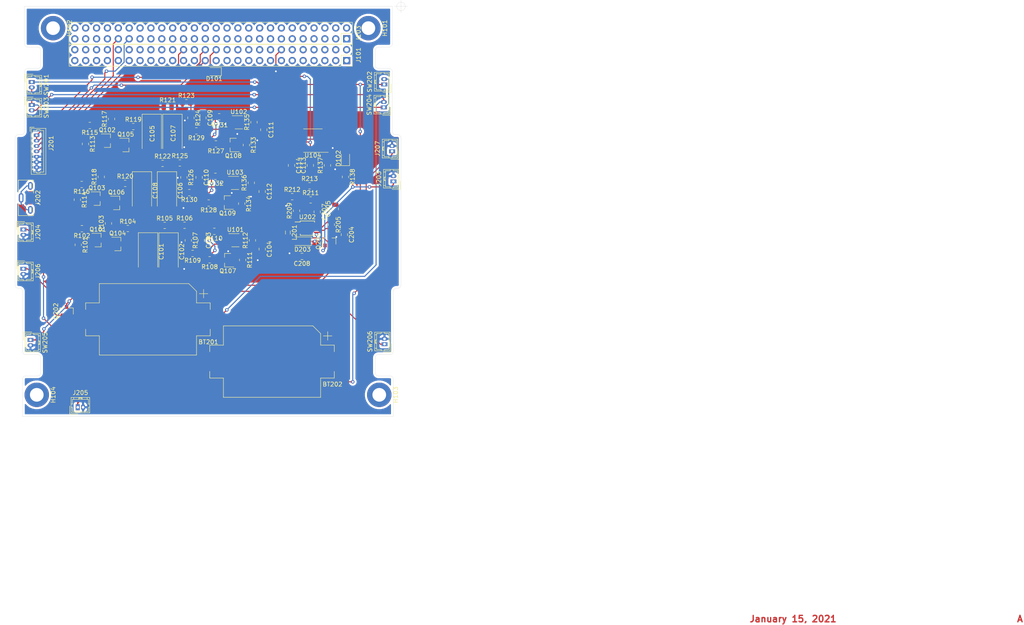
<source format=kicad_pcb>
(kicad_pcb (version 20171130) (host pcbnew "(5.1.4)-1")
  (layers (0 F.Cu signal) (31 B.Cu signal) (34 B.Paste user) (35 F.Paste user) (36 B.SilkS user hide) (37 F.SilkS user) (38 B.Mask user) (39 F.Mask user hide) (44 Edge.Cuts user))
  (net 0 "")
  (net 1 "Net-(C101-Pad1)")
  (net 2 GND)
  (net 3 "Net-(C103-Pad1)")
  (net 4 Timer_A_out)
  (net 5 "Net-(C105-Pad1)")
  (net 6 "Net-(C106-Pad1)")
  (net 7 "Net-(C109-Pad1)")
  (net 8 "Net-(C110-Pad1)")
  (net 9 Timer_B_out)
  (net 10 Timer_C_out)
  (net 11 BUS_EN)
  (net 12 "Net-(Q101-Pad1)")
  (net 13 "Net-(Q101-Pad3)")
  (net 14 "Net-(Q102-Pad3)")
  (net 15 "Net-(Q103-Pad1)")
  (net 16 "Net-(Q103-Pad3)")
  (net 17 "Net-(Q104-Pad3)")
  (net 18 "Net-(Q105-Pad3)")
  (net 19 "Net-(Q106-Pad3)")
  (net 20 "Net-(Q107-Pad3)")
  (net 21 "Net-(Q108-Pad1)")
  (net 22 "Net-(Q108-Pad3)")
  (net 23 "Net-(Q109-Pad1)")
  (net 24 "Net-(Q109-Pad3)")
  (net 25 "Net-(R109-Pad1)")
  (net 26 "Net-(R110-Pad1)")
  (net 27 "Net-(R129-Pad1)")
  (net 28 "Net-(R130-Pad1)")
  (net 29 "Net-(R131-Pad1)")
  (net 30 "Net-(R132-Pad1)")
  (net 31 "Net-(Q102-Pad1)")
  (net 32 "Net-(Q107-Pad1)")
  (net 33 "Net-(BT201-Pad1)")
  (net 34 "Net-(BT201-Pad2)")
  (net 35 "Net-(C204-Pad1)")
  (net 36 "Net-(C205-Pad1)")
  (net 37 "Net-(C207-Pad2)")
  (net 38 "Net-(C207-Pad1)")
  (net 39 "Net-(D101-Pad2)")
  (net 40 "Net-(D203-Pad2)")
  (net 41 +3V3)
  (net 42 I2C_CLK)
  (net 43 I2C_DATA)
  (net 44 "Net-(L201-Pad1)")
  (net 45 "Net-(R209-Pad1)")
  (net 46 "Net-(R211-Pad1)")
  (net 47 "Net-(D102-Pad1)")
  (net 48 +BATT)
  (net 49 "Net-(SW201-Pad2)")
  (net 50 USB_Charge)
  (net 51 "Net-(J202-Pad6)")
  (net 52 "/RADSAT-SK Timer 2/RBF")
  (net 53 "Net-(Q202-Pad3)")
  (module Connector_Molex:Molex_PicoBlade_53047-0710_1x07_P1.25mm_Vertical (layer F.Cu) (at 39.878 80.137 270)
    (fp_text reference J201 (at 1.88 -3.4 270) (layer F.SilkS))
    (fp_text value Conn_01x04)
    (pad 7 thru_hole oval (at 7.5 0 270) (size 0.8 1.3) (drill 0.5) (layers *.Cu *.Mask) (net 2 GND))
    (pad 6 thru_hole oval (at 6.25 0 270) (size 0.8 1.3) (drill 0.5) (layers *.Cu *.Mask) (net 2 GND))
    (pad 5 thru_hole oval (at 5 0 270) (size 0.8 1.3) (drill 0.5) (layers *.Cu *.Mask) (net 2 GND))
    (pad 4 thru_hole oval (at 3.75 0 270) (size 0.8 1.3) (drill 0.5) (layers *.Cu *.Mask) (net 42 I2C_CLK))
    (pad 3 thru_hole oval (at 2.5 0 270) (size 0.8 1.3) (drill 0.5) (layers *.Cu *.Mask) (net 43 I2C_DATA))
    (pad 2 thru_hole oval (at 1.25 0 270) (size 0.8 1.3) (drill 0.5) (layers *.Cu *.Mask) (net 41 +3V3))
    (pad 1 thru_hole roundrect (at 0 0 270) (size 0.8 1.3) (drill 0.5) (layers *.Cu *.Mask) (net 41 +3V3))
  )
  (module Battery:BatteryHolder_Keystone_1060_1x2032 (layer F.Cu) (at 94.87 133.04 180)
    (fp_text reference BT202 (at -14.125 -5.3) (layer F.SilkS))
    (fp_text value Battery_Cell)
    (pad 1 smd rect (at -14.65 0) (size 2.6 3.6) (layers F.Cu F.Paste F.Mask) (net 33 "Net-(BT201-Pad1)"))
    (pad 2 smd rect (at 14.65 0) (size 2.6 3.6) (layers F.Cu F.Paste F.Mask) (net 34 "Net-(BT201-Pad2)"))
  )
  (module Battery:BatteryHolder_Keystone_1060_1x2032 (layer F.Cu) (at 65.88 123.16 180)
    (fp_text reference BT201 (at -14.125 -5.3) (layer F.SilkS))
    (fp_text value Battery_Cell)
    (pad 1 smd rect (at -14.65 0) (size 2.6 3.6) (layers F.Cu F.Paste F.Mask) (net 33 "Net-(BT201-Pad1)"))
    (pad 2 smd rect (at 14.65 0) (size 2.6 3.6) (layers F.Cu F.Paste F.Mask) (net 34 "Net-(BT201-Pad2)"))
  )
  (module Diode_SMD:D_0805_2012Metric (layer F.Cu) (at 81.35 65.25 180)
    (fp_text reference D101 (at 0 -1.65) (layer F.SilkS))
    (fp_text value D)
    (pad 2 smd roundrect (at 0.9375 0 180) (size 0.975 1.4) (layers F.Cu F.Paste F.Mask) (net 39 "Net-(D101-Pad2)"))
    (pad 1 smd roundrect (at -0.9375 0 180) (size 0.975 1.4) (layers F.Cu F.Paste F.Mask) (net 11 BUS_EN))
  )
  (module Resistor_SMD:R_0805_2012Metric (layer F.Cu) (at 112.024435 89.861745 270)
    (fp_text reference R138 (at 0 -1.65 90) (layer F.SilkS))
    (fp_text value 1k)
    (pad 2 smd roundrect (at 0.9125 0 270) (size 1.025 1.4) (layers F.Cu F.Paste F.Mask) (roundrect_rratio 0.243902) (net 2 GND))
    (pad 1 smd roundrect (at -0.9125 0 270) (size 1.025 1.4) (layers F.Cu F.Paste F.Mask) (roundrect_rratio 0.243902) (net 47 "Net-(D102-Pad1)"))
  )
  (module LED_SMD:LED_0805_2012Metric (layer F.Cu) (at 112.024435 85.543745 90)
    (fp_text reference D102 (at 0 -1.65 90) (layer F.SilkS))
    (fp_text value LED)
    (pad 2 smd roundrect (at 0.9375 0 90) (size 0.975 1.4) (layers F.Cu F.Paste F.Mask) (net 11 BUS_EN))
    (pad 1 smd roundrect (at -0.9375 0 90) (size 0.975 1.4) (layers F.Cu F.Paste F.Mask) (net 47 "Net-(D102-Pad1)"))
  )
  (module Package_TO_SOT_SMD:SOT-23 (layer F.Cu) (at 60.68614 82.406024)
    (fp_text reference Q105 (at 0 -2.5) (layer F.SilkS))
    (fp_text value IRLML2060)
    (pad 3 smd rect (at 1 0) (size 0.9 0.8) (layers F.Cu F.Paste F.Mask) (net 18 "Net-(Q105-Pad3)"))
    (pad 2 smd rect (at -1 0.95) (size 0.9 0.8) (layers F.Cu F.Paste F.Mask) (net 2 GND))
    (pad 1 smd rect (at -1 -0.95) (size 0.9 0.8) (layers F.Cu F.Paste F.Mask) (net 14 "Net-(Q102-Pad3)"))
  )
  (module Inductor_SMD:L_0805_2012Metric (layer F.Cu) (at 98.566435 102.859745 270)
    (fp_text reference L201 (at 0 -1.55 90) (layer F.SilkS))
    (fp_text value 10uH)
    (pad 2 smd roundrect (at 1.0625 0 270) (size 0.875 1.2) (layers F.Cu F.Paste F.Mask) (net 40 "Net-(D203-Pad2)"))
    (pad 1 smd roundrect (at -1.0625 0 270) (size 0.875 1.2) (layers F.Cu F.Paste F.Mask) (net 44 "Net-(L201-Pad1)"))
  )
  (module Capacitor_SMD:C_0805_2012Metric (layer F.Cu) (at 111.774435 103.367745 270)
    (fp_text reference C204 (at 0 -1.68 90) (layer F.SilkS))
    (fp_text value 10uF)
    (pad 2 smd roundrect (at 0.95 0 270) (size 1 1.45) (layers F.Cu F.Paste F.Mask) (net 2 GND))
    (pad 1 smd roundrect (at -0.95 0 270) (size 1 1.45) (layers F.Cu F.Paste F.Mask) (net 35 "Net-(C204-Pad1)"))
  )
  (module Capacitor_SMD:C_0805_2012Metric (layer F.Cu) (at 109.652435 97.323745 90)
    (fp_text reference C205 (at 0 -1.68 90) (layer F.SilkS))
    (fp_text value C)
    (pad 2 smd roundrect (at 0.95 0 90) (size 1 1.45) (layers F.Cu F.Paste F.Mask) (net 2 GND))
    (pad 1 smd roundrect (at -0.95 0 90) (size 1 1.45) (layers F.Cu F.Paste F.Mask) (net 36 "Net-(C205-Pad1)"))
  )
  (module Capacitor_SMD:C_0805_2012Metric (layer F.Cu) (at 101.868435 108.447745 180)
    (fp_text reference C208 (at 0 -1.68) (layer F.SilkS))
    (fp_text value 22uF)
    (pad 2 smd roundrect (at 0.95 0 180) (size 1 1.45) (layers F.Cu F.Paste F.Mask) (net 2 GND))
    (pad 1 smd roundrect (at -0.95 0 180) (size 1 1.45) (layers F.Cu F.Paste F.Mask) (net 48 +BATT))
  )
  (module Capacitor_Tantalum_SMD:CP_EIA-7343-31_Kemet-D (layer F.Cu) (at 64.476607 93.061024 270)
    (fp_text reference C108 (at 0 -3.1 90) (layer F.SilkS))
    (fp_text value 330u)
    (pad 2 smd roundrect (at 3.1125 0 270) (size 2.075 2.55) (layers F.Cu F.Paste F.Mask) (roundrect_rratio 0.120482) (net 2 GND))
    (pad 1 smd roundrect (at -3.1125 0 270) (size 2.075 2.55) (layers F.Cu F.Paste F.Mask) (roundrect_rratio 0.120482) (net 6 "Net-(C106-Pad1)"))
  )
  (module Resistor_SMD:R_0805_2012Metric (layer F.Cu) (at 49.38814 95.188024 270)
    (fp_text reference R114 (at 0 -1.65 90) (layer F.SilkS))
    (fp_text value 1M)
    (pad 2 smd roundrect (at 0.9125 0 270) (size 1.025 1.4) (layers F.Cu F.Paste F.Mask) (roundrect_rratio 0.243902) (net 2 GND))
    (pad 1 smd roundrect (at -0.9125 0 270) (size 1.025 1.4) (layers F.Cu F.Paste F.Mask) (roundrect_rratio 0.243902) (net 48 +BATT))
  )
  (module Package_TO_SOT_SMD:SOT-23 (layer F.Cu) (at 53.96014 94.934024)
    (fp_text reference Q103 (at 0 -2.5) (layer F.SilkS))
    (fp_text value IRLML2060)
    (pad 3 smd rect (at 1 0) (size 0.9 0.8) (layers F.Cu F.Paste F.Mask) (net 16 "Net-(Q103-Pad3)"))
    (pad 2 smd rect (at -1 0.95) (size 0.9 0.8) (layers F.Cu F.Paste F.Mask) (net 2 GND))
    (pad 1 smd rect (at -1 -0.95) (size 0.9 0.8) (layers F.Cu F.Paste F.Mask) (net 15 "Net-(Q103-Pad1)"))
  )
  (module Capacitor_Tantalum_SMD:CP_EIA-7343-31_Kemet-D (layer F.Cu) (at 66.78214 79.612024 270)
    (fp_text reference C105 (at 0.137976 -0.09786 90) (layer F.SilkS))
    (fp_text value 330u)
    (pad 2 smd roundrect (at 3.1125 0 270) (size 2.075 2.55) (layers F.Cu F.Paste F.Mask) (roundrect_rratio 0.120482) (net 2 GND))
    (pad 1 smd roundrect (at -3.1125 0 270) (size 2.075 2.55) (layers F.Cu F.Paste F.Mask) (roundrect_rratio 0.120482) (net 5 "Net-(C105-Pad1)"))
  )
  (module Capacitor_Tantalum_SMD:CP_EIA-7343-31_Kemet-D (layer F.Cu) (at 71.60814 79.612024 270)
    (fp_text reference C107 (at 0.067976 -0.19186 90) (layer F.SilkS))
    (fp_text value 330u)
    (pad 2 smd roundrect (at 3.1125 0 270) (size 2.075 2.55) (layers F.Cu F.Paste F.Mask) (roundrect_rratio 0.120482) (net 2 GND))
    (pad 1 smd roundrect (at -3.1125 0 270) (size 2.075 2.55) (layers F.Cu F.Paste F.Mask) (roundrect_rratio 0.120482) (net 5 "Net-(C105-Pad1)"))
  )
  (module Capacitor_SMD:C_0805_2012Metric (layer F.Cu) (at 92.94414 78.850024 270)
    (fp_text reference C111 (at 0 -1.68 90) (layer F.SilkS))
    (fp_text value 100n)
    (pad 2 smd roundrect (at 0.95 0 270) (size 1 1.45) (layers F.Cu F.Paste F.Mask) (net 2 GND))
    (pad 1 smd roundrect (at -0.95 0 270) (size 1 1.45) (layers F.Cu F.Paste F.Mask) (net 9 Timer_B_out))
  )
  (module Capacitor_SMD:C_0805_2012Metric (layer F.Cu) (at 78.72014 76.056024 270)
    (fp_text reference C109 (at 0 -1.68 90) (layer F.SilkS))
    (fp_text value 100n)
    (pad 2 smd roundrect (at 0.95 0 270) (size 1 1.45) (layers F.Cu F.Paste F.Mask) (net 2 GND))
    (pad 1 smd roundrect (at -0.95 0 270) (size 1 1.45) (layers F.Cu F.Paste F.Mask) (net 7 "Net-(C109-Pad1)"))
  )
  (module Diode_SMD:D_SOD-123F (layer F.Cu) (at 101.868435 104.891745 180)
    (fp_text reference D203 (at -0.127 -1.905) (layer F.SilkS))
    (fp_text value MBRM1020T3)
    (pad 2 smd rect (at 1.4 0 180) (size 1.1 1.1) (layers F.Cu F.Paste F.Mask) (net 40 "Net-(D203-Pad2)"))
    (pad 1 smd rect (at -1.4 0 180) (size 1.1 1.1) (layers F.Cu F.Paste F.Mask) (net 48 +BATT))
  )
  (module Capacitor_SMD:C_0805_2012Metric (layer F.Cu) (at 92.56814 93.278024 270)
    (fp_text reference C112 (at 0 -1.68 90) (layer F.SilkS))
    (fp_text value 100n)
    (pad 2 smd roundrect (at 0.95 0 270) (size 1 1.45) (layers F.Cu F.Paste F.Mask) (net 2 GND))
    (pad 1 smd roundrect (at -0.95 0 270) (size 1 1.45) (layers F.Cu F.Paste F.Mask) (net 10 Timer_C_out))
  )
  (module Capacitor_SMD:C_0805_2012Metric (layer F.Cu) (at 77.83614 89.976024 270)
    (fp_text reference C110 (at 0 -1.68 90) (layer F.SilkS))
    (fp_text value 100n)
    (pad 2 smd roundrect (at 0.95 0 270) (size 1 1.45) (layers F.Cu F.Paste F.Mask) (net 2 GND))
    (pad 1 smd roundrect (at -0.95 0 270) (size 1 1.45) (layers F.Cu F.Paste F.Mask) (net 8 "Net-(C110-Pad1)"))
  )
  (module Capacitor_Tantalum_SMD:CP_EIA-7343-31_Kemet-D (layer F.Cu) (at 70.326607 93.061024 270)
    (fp_text reference C106 (at 0 -3.1 90) (layer F.SilkS))
    (fp_text value 330u)
    (pad 2 smd roundrect (at 3.1125 0 270) (size 2.075 2.55) (layers F.Cu F.Paste F.Mask) (roundrect_rratio 0.120482) (net 2 GND))
    (pad 1 smd roundrect (at -3.1125 0 270) (size 2.075 2.55) (layers F.Cu F.Paste F.Mask) (roundrect_rratio 0.120482) (net 6 "Net-(C106-Pad1)"))
  )
  (module Package_TO_SOT_SMD:SOT-23 (layer F.Cu) (at 56.36814 81.390024)
    (fp_text reference Q102 (at 0 -2.5) (layer F.SilkS))
    (fp_text value IRLML2060)
    (pad 3 smd rect (at 1 0) (size 0.9 0.8) (layers F.Cu F.Paste F.Mask) (net 14 "Net-(Q102-Pad3)"))
    (pad 2 smd rect (at -1 0.95) (size 0.9 0.8) (layers F.Cu F.Paste F.Mask) (net 2 GND))
    (pad 1 smd rect (at -1 -0.95) (size 0.9 0.8) (layers F.Cu F.Paste F.Mask) (net 31 "Net-(Q102-Pad1)"))
  )
  (module Capacitor_SMD:C_0805_2012Metric (layer F.Cu) (at 105.424435 98.033745 270)
    (fp_text reference C207 (at 0 -1.68 90) (layer F.SilkS))
    (fp_text value 1.5nF)
    (pad 2 smd roundrect (at 0.95 0 270) (size 1 1.45) (layers F.Cu F.Paste F.Mask) (net 37 "Net-(C207-Pad2)"))
    (pad 1 smd roundrect (at -0.95 0 270) (size 1 1.45) (layers F.Cu F.Paste F.Mask) (net 38 "Net-(C207-Pad1)"))
  )
  (module Package_TO_SOT_SMD:SOT-23 (layer F.Cu) (at 85.83214 82.406024 180)
    (fp_text reference Q108 (at 0 -2.5) (layer F.SilkS))
    (fp_text value IRLML2060)
    (pad 3 smd rect (at 1 0 180) (size 0.9 0.8) (layers F.Cu F.Paste F.Mask) (net 22 "Net-(Q108-Pad3)"))
    (pad 2 smd rect (at -1 0.95 180) (size 0.9 0.8) (layers F.Cu F.Paste F.Mask) (net 2 GND))
    (pad 1 smd rect (at -1 -0.95 180) (size 0.9 0.8) (layers F.Cu F.Paste F.Mask) (net 21 "Net-(Q108-Pad1)"))
  )
  (module Package_TO_SOT_SMD:SOT-23 (layer F.Cu) (at 84.47614 95.850024 180)
    (fp_text reference Q109 (at 0 -2.5) (layer F.SilkS))
    (fp_text value IRLML2060)
    (pad 3 smd rect (at 1 0 180) (size 0.9 0.8) (layers F.Cu F.Paste F.Mask) (net 24 "Net-(Q109-Pad3)"))
    (pad 2 smd rect (at -1 0.95 180) (size 0.9 0.8) (layers F.Cu F.Paste F.Mask) (net 2 GND))
    (pad 1 smd rect (at -1 -0.95 180) (size 0.9 0.8) (layers F.Cu F.Paste F.Mask) (net 23 "Net-(Q109-Pad1)"))
  )
  (module Package_TO_SOT_SMD:SOT-23 (layer F.Cu) (at 108.218435 104.891745 90)
    (fp_text reference Q201 (at 0 -2.5 90) (layer F.SilkS))
    (fp_text value IRLML2060)
    (pad 3 smd rect (at 1 0 90) (size 0.9 0.8) (layers F.Cu F.Paste F.Mask) (net 2 GND))
    (pad 2 smd rect (at -1 0.95 90) (size 0.9 0.8) (layers F.Cu F.Paste F.Mask) (net 36 "Net-(C205-Pad1)"))
    (pad 1 smd rect (at -1 -0.95 90) (size 0.9 0.8) (layers F.Cu F.Paste F.Mask) (net 11 BUS_EN))
  )
  (module Package_TO_SOT_SMD:SOT-23 (layer F.Cu) (at 58.53214 95.950024)
    (fp_text reference Q106 (at 0 -2.5) (layer F.SilkS))
    (fp_text value IRLML2060)
    (pad 3 smd rect (at 1 0) (size 0.9 0.8) (layers F.Cu F.Paste F.Mask) (net 19 "Net-(Q106-Pad3)"))
    (pad 2 smd rect (at -1 0.95) (size 0.9 0.8) (layers F.Cu F.Paste F.Mask) (net 2 GND))
    (pad 1 smd rect (at -1 -0.95) (size 0.9 0.8) (layers F.Cu F.Paste F.Mask) (net 16 "Net-(Q103-Pad3)"))
  )
  (module Resistor_SMD:R_0805_2012Metric (layer F.Cu) (at 51.28814 82.152024 270)
    (fp_text reference R113 (at 0 -1.65 90) (layer F.SilkS))
    (fp_text value 1M)
    (pad 2 smd roundrect (at 0.9125 0 270) (size 1.025 1.4) (layers F.Cu F.Paste F.Mask) (roundrect_rratio 0.243902) (net 2 GND))
    (pad 1 smd roundrect (at -0.9125 0 270) (size 1.025 1.4) (layers F.Cu F.Paste F.Mask) (roundrect_rratio 0.243902) (net 48 +BATT))
  )
  (module Resistor_SMD:R_0805_2012Metric (layer F.Cu) (at 50.40414 91.632024 180)
    (fp_text reference R116 (at 0 -1.65) (layer F.SilkS))
    (fp_text value 100)
    (pad 2 smd roundrect (at 0.9125 0 180) (size 1.025 1.4) (layers F.Cu F.Paste F.Mask) (roundrect_rratio 0.243902) (net 48 +BATT))
    (pad 1 smd roundrect (at -0.9125 0 180) (size 1.025 1.4) (layers F.Cu F.Paste F.Mask) (roundrect_rratio 0.243902) (net 15 "Net-(Q103-Pad1)"))
  )
  (module Resistor_SMD:R_0805_2012Metric (layer F.Cu) (at 52.30414 77.834024 180)
    (fp_text reference R115 (at 0 -1.65) (layer F.SilkS))
    (fp_text value 100)
    (pad 2 smd roundrect (at 0.9125 0 180) (size 1.025 1.4) (layers F.Cu F.Paste F.Mask) (roundrect_rratio 0.243902) (net 48 +BATT))
    (pad 1 smd roundrect (at -0.9125 0 180) (size 1.025 1.4) (layers F.Cu F.Paste F.Mask) (roundrect_rratio 0.243902) (net 31 "Net-(Q102-Pad1)"))
  )
  (module Resistor_SMD:R_0805_2012Metric (layer F.Cu) (at 57.38414 76.310024 90)
    (fp_text reference R117 (at 0 -1.65 90) (layer F.SilkS))
    (fp_text value 1M)
    (pad 2 smd roundrect (at 0.9125 0 90) (size 1.025 1.4) (layers F.Cu F.Paste F.Mask) (roundrect_rratio 0.243902) (net 48 +BATT))
    (pad 1 smd roundrect (at -0.9125 0 90) (size 1.025 1.4) (layers F.Cu F.Paste F.Mask) (roundrect_rratio 0.243902) (net 14 "Net-(Q102-Pad3)"))
  )
  (module Resistor_SMD:R_0805_2012Metric (layer F.Cu) (at 62.46414 78.088024)
    (fp_text reference R119 (at 0 -1.65) (layer F.SilkS))
    (fp_text value 1K)
    (pad 2 smd roundrect (at 0.9125 0) (size 1.025 1.4) (layers F.Cu F.Paste F.Mask) (roundrect_rratio 0.243902) (net 5 "Net-(C105-Pad1)"))
    (pad 1 smd roundrect (at -0.9125 0) (size 1.025 1.4) (layers F.Cu F.Paste F.Mask) (roundrect_rratio 0.243902) (net 18 "Net-(Q105-Pad3)"))
  )
  (module Resistor_SMD:R_0805_2012Metric (layer F.Cu) (at 60.56414 91.378024)
    (fp_text reference R120 (at 0 -1.65) (layer F.SilkS))
    (fp_text value 1K)
    (pad 2 smd roundrect (at 0.9125 0) (size 1.025 1.4) (layers F.Cu F.Paste F.Mask) (roundrect_rratio 0.243902) (net 6 "Net-(C106-Pad1)"))
    (pad 1 smd roundrect (at -0.9125 0) (size 1.025 1.4) (layers F.Cu F.Paste F.Mask) (roundrect_rratio 0.243902) (net 19 "Net-(Q106-Pad3)"))
  )
  (module Resistor_SMD:R_0805_2012Metric (layer F.Cu) (at 70.49 73.54)
    (fp_text reference R121 (at 0 -1.65 -180) (layer F.SilkS))
    (fp_text value 3.48M)
    (pad 2 smd roundrect (at 0.9125 0) (size 1.025 1.4) (layers F.Cu F.Paste F.Mask) (roundrect_rratio 0.243902) (net 5 "Net-(C105-Pad1)"))
    (pad 1 smd roundrect (at -0.9125 0) (size 1.025 1.4) (layers F.Cu F.Paste F.Mask) (roundrect_rratio 0.243902) (net 48 +BATT))
  )
  (module Resistor_SMD:R_0805_2012Metric (layer F.Cu) (at 69.3075 86.7)
    (fp_text reference R122 (at 0 -1.65 -180) (layer F.SilkS))
    (fp_text value 3.48M)
    (pad 2 smd roundrect (at 0.9125 0) (size 1.025 1.4) (layers F.Cu F.Paste F.Mask) (roundrect_rratio 0.243902) (net 6 "Net-(C106-Pad1)"))
    (pad 1 smd roundrect (at -0.9125 0) (size 1.025 1.4) (layers F.Cu F.Paste F.Mask) (roundrect_rratio 0.243902) (net 48 +BATT))
  )
  (module Resistor_SMD:R_0805_2012Metric (layer F.Cu) (at 54.97614 89.854024 90)
    (fp_text reference R118 (at 0 -1.65 90) (layer F.SilkS))
    (fp_text value 1M)
    (pad 2 smd roundrect (at 0.9125 0 90) (size 1.025 1.4) (layers F.Cu F.Paste F.Mask) (roundrect_rratio 0.243902) (net 48 +BATT))
    (pad 1 smd roundrect (at -0.9125 0 90) (size 1.025 1.4) (layers F.Cu F.Paste F.Mask) (roundrect_rratio 0.243902) (net 16 "Net-(Q103-Pad3)"))
  )
  (module Resistor_SMD:R_0805_2012Metric (layer F.Cu) (at 74.86 72.51)
    (fp_text reference R123 (at 0 -1.65 -180) (layer F.SilkS))
    (fp_text value 442K)
    (pad 2 smd roundrect (at 0.9125 0) (size 1.025 1.4) (layers F.Cu F.Paste F.Mask) (roundrect_rratio 0.243902) (net 7 "Net-(C109-Pad1)"))
    (pad 1 smd roundrect (at -0.9125 0) (size 1.025 1.4) (layers F.Cu F.Paste F.Mask) (roundrect_rratio 0.243902) (net 48 +BATT))
  )
  (module Resistor_SMD:R_0805_2012Metric (layer F.Cu) (at 75.92614 76.056024 270)
    (fp_text reference R124 (at 0 -1.65 90) (layer F.SilkS))
    (fp_text value 1M)
    (pad 2 smd roundrect (at 0.9125 0 270) (size 1.025 1.4) (layers F.Cu F.Paste F.Mask) (roundrect_rratio 0.243902) (net 2 GND))
    (pad 1 smd roundrect (at -0.9125 0 270) (size 1.025 1.4) (layers F.Cu F.Paste F.Mask) (roundrect_rratio 0.243902) (net 7 "Net-(C109-Pad1)"))
  )
  (module Resistor_SMD:R_0805_2012Metric (layer F.Cu) (at 73.33 86.6)
    (fp_text reference R125 (at 0 -1.65 -180) (layer F.SilkS))
    (fp_text value 442K)
    (pad 2 smd roundrect (at 0.9125 0) (size 1.025 1.4) (layers F.Cu F.Paste F.Mask) (roundrect_rratio 0.243902) (net 8 "Net-(C110-Pad1)"))
    (pad 1 smd roundrect (at -0.9125 0) (size 1.025 1.4) (layers F.Cu F.Paste F.Mask) (roundrect_rratio 0.243902) (net 48 +BATT))
  )
  (module Resistor_SMD:R_0805_2012Metric (layer F.Cu) (at 74.28014 89.976024 270)
    (fp_text reference R126 (at 0 -1.65 90) (layer F.SilkS))
    (fp_text value 1M)
    (pad 2 smd roundrect (at 0.9125 0 270) (size 1.025 1.4) (layers F.Cu F.Paste F.Mask) (roundrect_rratio 0.243902) (net 2 GND))
    (pad 1 smd roundrect (at -0.9125 0 270) (size 1.025 1.4) (layers F.Cu F.Paste F.Mask) (roundrect_rratio 0.243902) (net 8 "Net-(C110-Pad1)"))
  )
  (module Resistor_SMD:R_0805_2012Metric (layer F.Cu) (at 81.76814 82.152024 180)
    (fp_text reference R127 (at 0 -1.65) (layer F.SilkS))
    (fp_text value 1k)
    (pad 2 smd roundrect (at 0.9125 0 180) (size 1.025 1.4) (layers F.Cu F.Paste F.Mask) (roundrect_rratio 0.243902) (net 7 "Net-(C109-Pad1)"))
    (pad 1 smd roundrect (at -0.9125 0 180) (size 1.025 1.4) (layers F.Cu F.Paste F.Mask) (roundrect_rratio 0.243902) (net 22 "Net-(Q108-Pad3)"))
  )
  (module Resistor_SMD:R_0805_2012Metric (layer F.Cu) (at 80.08 95.96 180)
    (fp_text reference R128 (at 0 -1.65 180) (layer F.SilkS))
    (fp_text value 1k)
    (pad 2 smd roundrect (at 0.9125 0 180) (size 1.025 1.4) (layers F.Cu F.Paste F.Mask) (roundrect_rratio 0.243902) (net 8 "Net-(C110-Pad1)"))
    (pad 1 smd roundrect (at -0.9125 0 180) (size 1.025 1.4) (layers F.Cu F.Paste F.Mask) (roundrect_rratio 0.243902) (net 24 "Net-(Q109-Pad3)"))
  )
  (module Resistor_SMD:R_0805_2012Metric (layer F.Cu) (at 77.19614 79.104024 180)
    (fp_text reference R129 (at 0 -1.65) (layer F.SilkS))
    (fp_text value 1k)
    (pad 2 smd roundrect (at 0.9125 0 180) (size 1.025 1.4) (layers F.Cu F.Paste F.Mask) (roundrect_rratio 0.243902) (net 5 "Net-(C105-Pad1)"))
    (pad 1 smd roundrect (at -0.9125 0 180) (size 1.025 1.4) (layers F.Cu F.Paste F.Mask) (roundrect_rratio 0.243902) (net 27 "Net-(R129-Pad1)"))
  )
  (module Resistor_SMD:R_0805_2012Metric (layer F.Cu) (at 75.55014 93.532024 180)
    (fp_text reference R130 (at 0 -1.65) (layer F.SilkS))
    (fp_text value 1k)
    (pad 2 smd roundrect (at 0.9125 0 180) (size 1.025 1.4) (layers F.Cu F.Paste F.Mask) (roundrect_rratio 0.243902) (net 6 "Net-(C106-Pad1)"))
    (pad 1 smd roundrect (at -0.9125 0 180) (size 1.025 1.4) (layers F.Cu F.Paste F.Mask) (roundrect_rratio 0.243902) (net 28 "Net-(R130-Pad1)"))
  )
  (module Resistor_SMD:R_0805_2012Metric (layer F.Cu) (at 82.53014 75.802024 180)
    (fp_text reference R131 (at -0.10986 -1.927976) (layer F.SilkS))
    (fp_text value 1k)
    (pad 2 smd roundrect (at 0.9125 0 180) (size 1.025 1.4) (layers F.Cu F.Paste F.Mask) (roundrect_rratio 0.243902) (net 7 "Net-(C109-Pad1)"))
    (pad 1 smd roundrect (at -0.9125 0 180) (size 1.025 1.4) (layers F.Cu F.Paste F.Mask) (roundrect_rratio 0.243902) (net 29 "Net-(R131-Pad1)"))
  )
  (module Resistor_SMD:R_0805_2012Metric (layer F.Cu) (at 103.646435 91.937745)
    (fp_text reference R213 (at 0 -1.65) (layer F.SilkS))
    (fp_text value 200k)
    (pad 2 smd roundrect (at 0.9125 0) (size 1.025 1.4) (layers F.Cu F.Paste F.Mask) (roundrect_rratio 0.243902) (net 2 GND))
    (pad 1 smd roundrect (at -0.9125 0) (size 1.025 1.4) (layers F.Cu F.Paste F.Mask) (roundrect_rratio 0.243902) (net 46 "Net-(R211-Pad1)"))
  )
  (module Resistor_SMD:R_0805_2012Metric (layer F.Cu) (at 108.726435 101.023745 270)
    (fp_text reference R205 (at 0 -1.65 90) (layer F.SilkS))
    (fp_text value 1M)
    (pad 2 smd roundrect (at 0.9125 0 270) (size 1.025 1.4) (layers F.Cu F.Paste F.Mask) (roundrect_rratio 0.243902) (net 35 "Net-(C204-Pad1)"))
    (pad 1 smd roundrect (at -0.9125 0 270) (size 1.025 1.4) (layers F.Cu F.Paste F.Mask) (roundrect_rratio 0.243902) (net 36 "Net-(C205-Pad1)"))
  )
  (module Resistor_SMD:R_0805_2012Metric (layer F.Cu) (at 87.77814 96.104024 270)
    (fp_text reference R134 (at 0 -1.65 90) (layer F.SilkS))
    (fp_text value 100)
    (pad 2 smd roundrect (at 0.9125 0 270) (size 1.025 1.4) (layers F.Cu F.Paste F.Mask) (roundrect_rratio 0.243902) (net 23 "Net-(Q109-Pad1)"))
    (pad 1 smd roundrect (at -0.9125 0 270) (size 1.025 1.4) (layers F.Cu F.Paste F.Mask) (roundrect_rratio 0.243902) (net 10 Timer_C_out))
  )
  (module Resistor_SMD:R_0805_2012Metric (layer F.Cu) (at 81.64614 89.722024 180)
    (fp_text reference R132 (at 0 -1.65) (layer F.SilkS))
    (fp_text value 1k)
    (pad 2 smd roundrect (at 0.9125 0 180) (size 1.025 1.4) (layers F.Cu F.Paste F.Mask) (roundrect_rratio 0.243902) (net 8 "Net-(C110-Pad1)"))
    (pad 1 smd roundrect (at -0.9125 0 180) (size 1.025 1.4) (layers F.Cu F.Paste F.Mask) (roundrect_rratio 0.243902) (net 30 "Net-(R132-Pad1)"))
  )
  (module Package_TO_SOT_SMD:TSOT-23-5 (layer F.Cu) (at 86.32214 104.640024)
    (fp_text reference U101 (at 0 -2.45) (layer F.SilkS))
    (fp_text value LM397MF)
    (pad 5 smd rect (at 1.31 -0.95) (size 1.22 0.65) (layers F.Cu F.Paste F.Mask) (net 48 +BATT))
    (pad 4 smd rect (at 1.31 0.95) (size 1.22 0.65) (layers F.Cu F.Paste F.Mask) (net 4 Timer_A_out))
    (pad 3 smd rect (at -1.31 0.95) (size 1.22 0.65) (layers F.Cu F.Paste F.Mask) (net 25 "Net-(R109-Pad1)"))
    (pad 2 smd rect (at -1.31 0) (size 1.22 0.65) (layers F.Cu F.Paste F.Mask) (net 2 GND))
    (pad 1 smd rect (at -1.31 -0.95) (size 1.22 0.65) (layers F.Cu F.Paste F.Mask) (net 26 "Net-(R110-Pad1)"))
  )
  (module Package_TO_SOT_SMD:TSOT-23-5 (layer F.Cu) (at 86.21814 91.246024)
    (fp_text reference U103 (at 0 -2.45) (layer F.SilkS))
    (fp_text value LM397MF)
    (pad 5 smd rect (at 1.31 -0.95) (size 1.22 0.65) (layers F.Cu F.Paste F.Mask) (net 48 +BATT))
    (pad 4 smd rect (at 1.31 0.95) (size 1.22 0.65) (layers F.Cu F.Paste F.Mask) (net 10 Timer_C_out))
    (pad 3 smd rect (at -1.31 0.95) (size 1.22 0.65) (layers F.Cu F.Paste F.Mask) (net 28 "Net-(R130-Pad1)"))
    (pad 2 smd rect (at -1.31 0) (size 1.22 0.65) (layers F.Cu F.Paste F.Mask) (net 2 GND))
    (pad 1 smd rect (at -1.31 -0.95) (size 1.22 0.65) (layers F.Cu F.Paste F.Mask) (net 30 "Net-(R132-Pad1)"))
  )
  (module Resistor_SMD:R_0805_2012Metric (layer F.Cu) (at 100.598435 97.779745 90)
    (fp_text reference R209 (at 0 -1.65 90) (layer F.SilkS))
    (fp_text value 60.4K)
    (pad 2 smd roundrect (at 0.9125 0 90) (size 1.025 1.4) (layers F.Cu F.Paste F.Mask) (roundrect_rratio 0.243902) (net 2 GND))
    (pad 1 smd roundrect (at -0.9125 0 90) (size 1.025 1.4) (layers F.Cu F.Paste F.Mask) (roundrect_rratio 0.243902) (net 45 "Net-(R209-Pad1)"))
  )
  (module Resistor_SMD:R_0805_2012Metric (layer F.Cu) (at 90.02814 91.246024 90)
    (fp_text reference R136 (at 0 -1.65 90) (layer F.SilkS))
    (fp_text value 1k)
    (pad 2 smd roundrect (at 0.9125 0 90) (size 1.025 1.4) (layers F.Cu F.Paste F.Mask) (roundrect_rratio 0.243902) (net 48 +BATT))
    (pad 1 smd roundrect (at -0.9125 0 90) (size 1.025 1.4) (layers F.Cu F.Paste F.Mask) (roundrect_rratio 0.243902) (net 10 Timer_C_out))
  )
  (module Resistor_SMD:R_0805_2012Metric (layer F.Cu) (at 90.65814 77.072024 90)
    (fp_text reference R135 (at 0 -1.65 90) (layer F.SilkS))
    (fp_text value 1k)
    (pad 2 smd roundrect (at 0.9125 0 90) (size 1.025 1.4) (layers F.Cu F.Paste F.Mask) (roundrect_rratio 0.243902) (net 48 +BATT))
    (pad 1 smd roundrect (at -0.9125 0 90) (size 1.025 1.4) (layers F.Cu F.Paste F.Mask) (roundrect_rratio 0.243902) (net 9 Timer_B_out))
  )
  (module Package_SO:MSOP-10_3x3mm_P0.5mm (layer F.Cu) (at 103.138435 101.843745)
    (fp_text reference U202 (at 0 -2.6) (layer F.SilkS))
    (fp_text value LTC3440EMSPBF)
    (pad 10 smd rect (at 2.2 -1) (size 1.4 0.3) (layers F.Cu F.Paste F.Mask) (net 37 "Net-(C207-Pad2)"))
    (pad 9 smd rect (at 2.2 -0.5) (size 1.4 0.3) (layers F.Cu F.Paste F.Mask) (net 46 "Net-(R211-Pad1)"))
    (pad 8 smd rect (at 2.2 0) (size 1.4 0.3) (layers F.Cu F.Paste F.Mask) (net 36 "Net-(C205-Pad1)"))
    (pad 7 smd rect (at 2.2 0.5) (size 1.4 0.3) (layers F.Cu F.Paste F.Mask) (net 35 "Net-(C204-Pad1)"))
    (pad 6 smd rect (at 2.2 1) (size 1.4 0.3) (layers F.Cu F.Paste F.Mask) (net 48 +BATT))
    (pad 5 smd rect (at -2.2 1) (size 1.4 0.3) (layers F.Cu F.Paste F.Mask) (net 2 GND))
    (pad 4 smd rect (at -2.2 0.5) (size 1.4 0.3) (layers F.Cu F.Paste F.Mask) (net 40 "Net-(D203-Pad2)"))
    (pad 3 smd rect (at -2.2 0) (size 1.4 0.3) (layers F.Cu F.Paste F.Mask) (net 44 "Net-(L201-Pad1)"))
    (pad 2 smd rect (at -2.2 -0.5) (size 1.4 0.3) (layers F.Cu F.Paste F.Mask))
    (pad 1 smd rect (at -2.2 -1) (size 1.4 0.3) (layers F.Cu F.Paste F.Mask) (net 45 "Net-(R209-Pad1)"))
  )
  (module Resistor_SMD:R_0805_2012Metric (layer F.Cu) (at 103.900435 95.239745)
    (fp_text reference R211 (at 0 -1.65) (layer F.SilkS))
    (fp_text value 15k)
    (pad 2 smd roundrect (at 0.9125 0) (size 1.025 1.4) (layers F.Cu F.Paste F.Mask) (roundrect_rratio 0.243902) (net 38 "Net-(C207-Pad1)"))
    (pad 1 smd roundrect (at -0.9125 0) (size 1.025 1.4) (layers F.Cu F.Paste F.Mask) (roundrect_rratio 0.243902) (net 46 "Net-(R211-Pad1)"))
  )
  (module Resistor_SMD:R_0805_2012Metric (layer F.Cu) (at 88.88014 82.406024 270)
    (fp_text reference R133 (at 0 -1.65 90) (layer F.SilkS))
    (fp_text value 100)
    (pad 2 smd roundrect (at 0.9125 0 270) (size 1.025 1.4) (layers F.Cu F.Paste F.Mask) (roundrect_rratio 0.243902) (net 21 "Net-(Q108-Pad1)"))
    (pad 1 smd roundrect (at -0.9125 0 270) (size 1.025 1.4) (layers F.Cu F.Paste F.Mask) (roundrect_rratio 0.243902) (net 9 Timer_B_out))
  )
  (module Resistor_SMD:R_0805_2012Metric (layer F.Cu) (at 99.582435 94.477745)
    (fp_text reference R212 (at 0 -1.65) (layer F.SilkS))
    (fp_text value 619k)
    (pad 2 smd roundrect (at 0.9125 0) (size 1.025 1.4) (layers F.Cu F.Paste F.Mask) (roundrect_rratio 0.243902) (net 46 "Net-(R211-Pad1)"))
    (pad 1 smd roundrect (at -0.9125 0) (size 1.025 1.4) (layers F.Cu F.Paste F.Mask) (roundrect_rratio 0.243902) (net 48 +BATT))
  )
  (module Package_TO_SOT_SMD:TSOT-23-5 (layer F.Cu) (at 87.10214 77.072024)
    (fp_text reference U102 (at 0 -2.45) (layer F.SilkS))
    (fp_text value LM397MF)
    (pad 5 smd rect (at 1.31 -0.95) (size 1.22 0.65) (layers F.Cu F.Paste F.Mask) (net 48 +BATT))
    (pad 4 smd rect (at 1.31 0.95) (size 1.22 0.65) (layers F.Cu F.Paste F.Mask) (net 9 Timer_B_out))
    (pad 3 smd rect (at -1.31 0.95) (size 1.22 0.65) (layers F.Cu F.Paste F.Mask) (net 27 "Net-(R129-Pad1)"))
    (pad 2 smd rect (at -1.31 0) (size 1.22 0.65) (layers F.Cu F.Paste F.Mask) (net 2 GND))
    (pad 1 smd rect (at -1.31 -0.95) (size 1.22 0.65) (layers F.Cu F.Paste F.Mask) (net 29 "Net-(R131-Pad1)"))
  )
  (module MountingHole:MountingHole_3.2mm_M3_ISO7380_Pad_TopBottom (layer F.Cu) (at 39.91 140.81 270)
    (fp_text reference H104 (at 0 -3.85 270) (layer F.SilkS))
    (fp_text value MountingHole)
    (pad 1 connect circle (at 0 0 270) (size 5.7 5.7) (layers B.Cu B.Mask))
    (pad 1 connect circle (at 0 0 270) (size 5.7 5.7) (layers F.Cu F.Mask))
    (pad 1 thru_hole circle (at 0 0 270) (size 3.6 3.6) (drill 3.2) (layers *.Cu *.Mask))
  )
  (module MountingHole:MountingHole_3.2mm_M3_ISO7380_Pad_TopBottom (layer F.Cu) (at 119.92 140.81 270)
    (fp_text reference H103 (at 0 -3.85 270) (layer F.SilkS))
    (fp_text value MountingHole)
    (pad 1 connect circle (at 0 0 270) (size 5.7 5.7) (layers B.Cu B.Mask))
    (pad 1 connect circle (at 0 0 270) (size 5.7 5.7) (layers F.Cu F.Mask))
    (pad 1 thru_hole circle (at 0 0 270) (size 3.6 3.6) (drill 3.2) (layers *.Cu *.Mask))
  )
  (module MountingHole:MountingHole_3.2mm_M3_ISO7380_Pad_TopBottom (layer F.Cu) (at 43.72 55.08 270)
    (fp_text reference H102 (at 0 -3.85 270) (layer F.SilkS))
    (fp_text value MountingHole)
    (pad 1 connect circle (at 0 0 270) (size 5.7 5.7) (layers B.Cu B.Mask))
    (pad 1 connect circle (at 0 0 270) (size 5.7 5.7) (layers F.Cu F.Mask))
    (pad 1 thru_hole circle (at 0 0 270) (size 3.6 3.6) (drill 3.2) (layers *.Cu *.Mask))
  )
  (module MountingHole:MountingHole_3.2mm_M3_ISO7380_Pad_TopBottom (layer F.Cu) (at 117.38 55.08 270)
    (fp_text reference H101 (at 0 -3.85 270) (layer F.SilkS))
    (fp_text value MountingHole)
    (pad 1 connect circle (at 0 0 270) (size 5.7 5.7) (layers B.Cu B.Mask))
    (pad 1 connect circle (at 0 0 270) (size 5.7 5.7) (layers F.Cu F.Mask))
    (pad 1 thru_hole circle (at 0 0 270) (size 3.6 3.6) (drill 3.2) (layers *.Cu *.Mask))
  )
  (module Connector_PinSocket_2.54mm:PinSocket_2x26_P2.54mm_Vertical (layer F.Cu) (at 112.3 62.66 270)
    (fp_text reference J101 (at -1.27 -2.77 270) (layer F.SilkS))
    (fp_text value Conn_02x26_Odd_Even)
    (pad 52 thru_hole oval (at -2.54 63.5 270) (size 1.7 1.7) (drill 1) (layers *.Cu *.Mask))
    (pad 51 thru_hole oval (at 0 63.5 270) (size 1.7 1.7) (drill 1) (layers *.Cu *.Mask))
    (pad 50 thru_hole oval (at -2.54 60.96 270) (size 1.7 1.7) (drill 1) (layers *.Cu *.Mask))
    (pad 49 thru_hole oval (at 0 60.96 270) (size 1.7 1.7) (drill 1) (layers *.Cu *.Mask))
    (pad 48 thru_hole oval (at -2.54 58.42 270) (size 1.7 1.7) (drill 1) (layers *.Cu *.Mask))
    (pad 47 thru_hole oval (at 0 58.42 270) (size 1.7 1.7) (drill 1) (layers *.Cu *.Mask))
    (pad 46 thru_hole oval (at -2.54 55.88 270) (size 1.7 1.7) (drill 1) (layers *.Cu *.Mask))
    (pad 45 thru_hole oval (at 0 55.88 270) (size 1.7 1.7) (drill 1) (layers *.Cu *.Mask))
    (pad 44 thru_hole oval (at -2.54 53.34 270) (size 1.7 1.7) (drill 1) (layers *.Cu *.Mask))
    (pad 43 thru_hole oval (at 0 53.34 270) (size 1.7 1.7) (drill 1) (layers *.Cu *.Mask))
    (pad 42 thru_hole oval (at -2.54 50.8 270) (size 1.7 1.7) (drill 1) (layers *.Cu *.Mask))
    (pad 41 thru_hole oval (at 0 50.8 270) (size 1.7 1.7) (drill 1) (layers *.Cu *.Mask))
    (pad 40 thru_hole oval (at -2.54 48.26 270) (size 1.7 1.7) (drill 1) (layers *.Cu *.Mask))
    (pad 39 thru_hole oval (at 0 48.26 270) (size 1.7 1.7) (drill 1) (layers *.Cu *.Mask))
    (pad 38 thru_hole oval (at -2.54 45.72 270) (size 1.7 1.7) (drill 1) (layers *.Cu *.Mask))
    (pad 37 thru_hole oval (at 0 45.72 270) (size 1.7 1.7) (drill 1) (layers *.Cu *.Mask))
    (pad 36 thru_hole oval (at -2.54 43.18 270) (size 1.7 1.7) (drill 1) (layers *.Cu *.Mask))
    (pad 35 thru_hole oval (at 0 43.18 270) (size 1.7 1.7) (drill 1) (layers *.Cu *.Mask))
    (pad 34 thru_hole oval (at -2.54 40.64 270) (size 1.7 1.7) (drill 1) (layers *.Cu *.Mask))
    (pad 33 thru_hole oval (at 0 40.64 270) (size 1.7 1.7) (drill 1) (layers *.Cu *.Mask))
    (pad 32 thru_hole oval (at -2.54 38.1 270) (size 1.7 1.7) (drill 1) (layers *.Cu *.Mask) (net 50 USB_Charge))
    (pad 31 thru_hole oval (at 0 38.1 270) (size 1.7 1.7) (drill 1) (layers *.Cu *.Mask))
    (pad 30 thru_hole oval (at -2.54 35.56 270) (size 1.7 1.7) (drill 1) (layers *.Cu *.Mask))
    (pad 29 thru_hole oval (at 0 35.56 270) (size 1.7 1.7) (drill 1) (layers *.Cu *.Mask))
    (pad 28 thru_hole oval (at -2.54 33.02 270) (size 1.7 1.7) (drill 1) (layers *.Cu *.Mask) (net 41 +3V3))
    (pad 27 thru_hole oval (at 0 33.02 270) (size 1.7 1.7) (drill 1) (layers *.Cu *.Mask) (net 41 +3V3))
    (pad 26 thru_hole oval (at -2.54 30.48 270) (size 1.7 1.7) (drill 1) (layers *.Cu *.Mask) (net 39 "Net-(D101-Pad2)"))
    (pad 25 thru_hole oval (at 0 30.48 270) (size 1.7 1.7) (drill 1) (layers *.Cu *.Mask))
    (pad 24 thru_hole oval (at -2.54 27.94 270) (size 1.7 1.7) (drill 1) (layers *.Cu *.Mask))
    (pad 23 thru_hole oval (at 0 27.94 270) (size 1.7 1.7) (drill 1) (layers *.Cu *.Mask))
    (pad 22 thru_hole oval (at -2.54 25.4 270) (size 1.7 1.7) (drill 1) (layers *.Cu *.Mask))
    (pad 21 thru_hole oval (at 0 25.4 270) (size 1.7 1.7) (drill 1) (layers *.Cu *.Mask))
    (pad 20 thru_hole oval (at -2.54 22.86 270) (size 1.7 1.7) (drill 1) (layers *.Cu *.Mask))
    (pad 19 thru_hole oval (at 0 22.86 270) (size 1.7 1.7) (drill 1) (layers *.Cu *.Mask))
    (pad 18 thru_hole oval (at -2.54 20.32 270) (size 1.7 1.7) (drill 1) (layers *.Cu *.Mask))
    (pad 17 thru_hole oval (at 0 20.32 270) (size 1.7 1.7) (drill 1) (layers *.Cu *.Mask))
    (pad 16 thru_hole oval (at -2.54 17.78 270) (size 1.7 1.7) (drill 1) (layers *.Cu *.Mask))
    (pad 15 thru_hole oval (at 0 17.78 270) (size 1.7 1.7) (drill 1) (layers *.Cu *.Mask))
    (pad 14 thru_hole oval (at -2.54 15.24 270) (size 1.7 1.7) (drill 1) (layers *.Cu *.Mask) (net 2 GND))
    (pad 13 thru_hole oval (at 0 15.24 270) (size 1.7 1.7) (drill 1) (layers *.Cu *.Mask))
    (pad 12 thru_hole oval (at -2.54 12.7 270) (size 1.7 1.7) (drill 1) (layers *.Cu *.Mask))
    (pad 11 thru_hole oval (at 0 12.7 270) (size 1.7 1.7) (drill 1) (layers *.Cu *.Mask))
    (pad 10 thru_hole oval (at -2.54 10.16 270) (size 1.7 1.7) (drill 1) (layers *.Cu *.Mask))
    (pad 9 thru_hole oval (at 0 10.16 270) (size 1.7 1.7) (drill 1) (layers *.Cu *.Mask))
    (pad 8 thru_hole oval (at -2.54 7.62 270) (size 1.7 1.7) (drill 1) (layers *.Cu *.Mask))
    (pad 7 thru_hole oval (at 0 7.62 270) (size 1.7 1.7) (drill 1) (layers *.Cu *.Mask))
    (pad 6 thru_hole oval (at -2.54 5.08 270) (size 1.7 1.7) (drill 1) (layers *.Cu *.Mask))
    (pad 5 thru_hole oval (at 0 5.08 270) (size 1.7 1.7) (drill 1) (layers *.Cu *.Mask))
    (pad 4 thru_hole oval (at -2.54 2.54 270) (size 1.7 1.7) (drill 1) (layers *.Cu *.Mask))
    (pad 3 thru_hole oval (at 0 2.54 270) (size 1.7 1.7) (drill 1) (layers *.Cu *.Mask))
    (pad 2 thru_hole oval (at -2.54 0 270) (size 1.7 1.7) (drill 1) (layers *.Cu *.Mask))
    (pad 1 thru_hole rect (at 0 0 270) (size 1.7 1.7) (drill 1) (layers *.Cu *.Mask))
  )
  (module Connector_PinSocket_2.54mm:PinSocket_2x26_P2.54mm_Vertical (layer F.Cu) (at 112.3 57.58 270)
    (fp_text reference J103 (at -1.27 -2.77 270) (layer F.SilkS))
    (fp_text value Conn_02x26_Odd_Even)
    (pad 52 thru_hole oval (at -2.54 63.5 270) (size 1.7 1.7) (drill 1) (layers *.Cu *.Mask))
    (pad 51 thru_hole oval (at 0 63.5 270) (size 1.7 1.7) (drill 1) (layers *.Cu *.Mask))
    (pad 50 thru_hole oval (at -2.54 60.96 270) (size 1.7 1.7) (drill 1) (layers *.Cu *.Mask))
    (pad 49 thru_hole oval (at 0 60.96 270) (size 1.7 1.7) (drill 1) (layers *.Cu *.Mask))
    (pad 48 thru_hole oval (at -2.54 58.42 270) (size 1.7 1.7) (drill 1) (layers *.Cu *.Mask))
    (pad 47 thru_hole oval (at 0 58.42 270) (size 1.7 1.7) (drill 1) (layers *.Cu *.Mask))
    (pad 46 thru_hole oval (at -2.54 55.88 270) (size 1.7 1.7) (drill 1) (layers *.Cu *.Mask))
    (pad 45 thru_hole oval (at 0 55.88 270) (size 1.7 1.7) (drill 1) (layers *.Cu *.Mask))
    (pad 44 thru_hole oval (at -2.54 53.34 270) (size 1.7 1.7) (drill 1) (layers *.Cu *.Mask))
    (pad 43 thru_hole oval (at 0 53.34 270) (size 1.7 1.7) (drill 1) (layers *.Cu *.Mask) (net 42 I2C_CLK))
    (pad 42 thru_hole oval (at -2.54 50.8 270) (size 1.7 1.7) (drill 1) (layers *.Cu *.Mask))
    (pad 41 thru_hole oval (at 0 50.8 270) (size 1.7 1.7) (drill 1) (layers *.Cu *.Mask) (net 43 I2C_DATA))
    (pad 40 thru_hole oval (at -2.54 48.26 270) (size 1.7 1.7) (drill 1) (layers *.Cu *.Mask))
    (pad 39 thru_hole oval (at 0 48.26 270) (size 1.7 1.7) (drill 1) (layers *.Cu *.Mask))
    (pad 38 thru_hole oval (at -2.54 45.72 270) (size 1.7 1.7) (drill 1) (layers *.Cu *.Mask))
    (pad 37 thru_hole oval (at 0 45.72 270) (size 1.7 1.7) (drill 1) (layers *.Cu *.Mask))
    (pad 36 thru_hole oval (at -2.54 43.18 270) (size 1.7 1.7) (drill 1) (layers *.Cu *.Mask))
    (pad 35 thru_hole oval (at 0 43.18 270) (size 1.7 1.7) (drill 1) (layers *.Cu *.Mask))
    (pad 34 thru_hole oval (at -2.54 40.64 270) (size 1.7 1.7) (drill 1) (layers *.Cu *.Mask))
    (pad 33 thru_hole oval (at 0 40.64 270) (size 1.7 1.7) (drill 1) (layers *.Cu *.Mask))
    (pad 32 thru_hole oval (at -2.54 38.1 270) (size 1.7 1.7) (drill 1) (layers *.Cu *.Mask))
    (pad 31 thru_hole oval (at 0 38.1 270) (size 1.7 1.7) (drill 1) (layers *.Cu *.Mask))
    (pad 30 thru_hole oval (at -2.54 35.56 270) (size 1.7 1.7) (drill 1) (layers *.Cu *.Mask))
    (pad 29 thru_hole oval (at 0 35.56 270) (size 1.7 1.7) (drill 1) (layers *.Cu *.Mask))
    (pad 28 thru_hole oval (at -2.54 33.02 270) (size 1.7 1.7) (drill 1) (layers *.Cu *.Mask))
    (pad 27 thru_hole oval (at 0 33.02 270) (size 1.7 1.7) (drill 1) (layers *.Cu *.Mask))
    (pad 26 thru_hole oval (at -2.54 30.48 270) (size 1.7 1.7) (drill 1) (layers *.Cu *.Mask))
    (pad 25 thru_hole oval (at 0 30.48 270) (size 1.7 1.7) (drill 1) (layers *.Cu *.Mask))
    (pad 24 thru_hole oval (at -2.54 27.94 270) (size 1.7 1.7) (drill 1) (layers *.Cu *.Mask))
    (pad 23 thru_hole oval (at 0 27.94 270) (size 1.7 1.7) (drill 1) (layers *.Cu *.Mask))
    (pad 22 thru_hole oval (at -2.54 25.4 270) (size 1.7 1.7) (drill 1) (layers *.Cu *.Mask))
    (pad 21 thru_hole oval (at 0 25.4 270) (size 1.7 1.7) (drill 1) (layers *.Cu *.Mask))
    (pad 20 thru_hole oval (at -2.54 22.86 270) (size 1.7 1.7) (drill 1) (layers *.Cu *.Mask))
    (pad 19 thru_hole oval (at 0 22.86 270) (size 1.7 1.7) (drill 1) (layers *.Cu *.Mask))
    (pad 18 thru_hole oval (at -2.54 20.32 270) (size 1.7 1.7) (drill 1) (layers *.Cu *.Mask))
    (pad 17 thru_hole oval (at 0 20.32 270) (size 1.7 1.7) (drill 1) (layers *.Cu *.Mask))
    (pad 16 thru_hole oval (at -2.54 17.78 270) (size 1.7 1.7) (drill 1) (layers *.Cu *.Mask))
    (pad 15 thru_hole oval (at 0 17.78 270) (size 1.7 1.7) (drill 1) (layers *.Cu *.Mask))
    (pad 14 thru_hole oval (at -2.54 15.24 270) (size 1.7 1.7) (drill 1) (layers *.Cu *.Mask))
    (pad 13 thru_hole oval (at 0 15.24 270) (size 1.7 1.7) (drill 1) (layers *.Cu *.Mask))
    (pad 12 thru_hole oval (at -2.54 12.7 270) (size 1.7 1.7) (drill 1) (layers *.Cu *.Mask))
    (pad 11 thru_hole oval (at 0 12.7 270) (size 1.7 1.7) (drill 1) (layers *.Cu *.Mask))
    (pad 10 thru_hole oval (at -2.54 10.16 270) (size 1.7 1.7) (drill 1) (layers *.Cu *.Mask))
    (pad 9 thru_hole oval (at 0 10.16 270) (size 1.7 1.7) (drill 1) (layers *.Cu *.Mask))
    (pad 8 thru_hole oval (at -2.54 7.62 270) (size 1.7 1.7) (drill 1) (layers *.Cu *.Mask))
    (pad 7 thru_hole oval (at 0 7.62 270) (size 1.7 1.7) (drill 1) (layers *.Cu *.Mask))
    (pad 6 thru_hole oval (at -2.54 5.08 270) (size 1.7 1.7) (drill 1) (layers *.Cu *.Mask))
    (pad 5 thru_hole oval (at 0 5.08 270) (size 1.7 1.7) (drill 1) (layers *.Cu *.Mask))
    (pad 4 thru_hole oval (at -2.54 2.54 270) (size 1.7 1.7) (drill 1) (layers *.Cu *.Mask))
    (pad 3 thru_hole oval (at 0 2.54 270) (size 1.7 1.7) (drill 1) (layers *.Cu *.Mask))
    (pad 2 thru_hole oval (at -2.54 0 270) (size 1.7 1.7) (drill 1) (layers *.Cu *.Mask))
    (pad 1 thru_hole rect (at 0 0 270) (size 1.7 1.7) (drill 1) (layers *.Cu *.Mask))
  )
  (module Package_SO:TSSOP-16_4.4x5mm_P0.65mm (layer F.Cu) (at 104.418435 81.369745 180)
    (fp_text reference U104 (at 0 -3.45) (layer F.SilkS))
    (fp_text value CD4052B)
    (pad 16 smd roundrect (at 2.8625 -2.275 180) (size 1.475 0.4) (layers F.Cu F.Paste F.Mask) (net 48 +BATT))
    (pad 15 smd roundrect (at 2.8625 -1.625 180) (size 1.475 0.4) (layers F.Cu F.Paste F.Mask) (net 4 Timer_A_out))
    (pad 14 smd roundrect (at 2.8625 -0.975 180) (size 1.475 0.4) (layers F.Cu F.Paste F.Mask) (net 4 Timer_A_out))
    (pad 13 smd roundrect (at 2.8625 -0.325 180) (size 1.475 0.4) (layers F.Cu F.Paste F.Mask) (net 11 BUS_EN))
    (pad 12 smd roundrect (at 2.8625 0.325 180) (size 1.475 0.4) (layers F.Cu F.Paste F.Mask) (net 2 GND))
    (pad 11 smd roundrect (at 2.8625 0.975 180) (size 1.475 0.4) (layers F.Cu F.Paste F.Mask) (net 48 +BATT))
    (pad 10 smd roundrect (at 2.8625 1.625 180) (size 1.475 0.4) (layers F.Cu F.Paste F.Mask) (net 10 Timer_C_out))
    (pad 9 smd roundrect (at 2.8625 2.275 180) (size 1.475 0.4) (layers F.Cu F.Paste F.Mask) (net 9 Timer_B_out))
    (pad 8 smd roundrect (at -2.8625 2.275 180) (size 1.475 0.4) (layers F.Cu F.Paste F.Mask) (net 2 GND))
    (pad 7 smd roundrect (at -2.8625 1.625 180) (size 1.475 0.4) (layers F.Cu F.Paste F.Mask) (net 2 GND))
    (pad 6 smd roundrect (at -2.8625 0.975 180) (size 1.475 0.4) (layers F.Cu F.Paste F.Mask) (net 2 GND))
    (pad 5 smd roundrect (at -2.8625 0.325 180) (size 1.475 0.4) (layers F.Cu F.Paste F.Mask) (net 2 GND))
    (pad 4 smd roundrect (at -2.8625 -0.325 180) (size 1.475 0.4) (layers F.Cu F.Paste F.Mask) (net 2 GND))
    (pad 3 smd roundrect (at -2.8625 -0.975 180) (size 1.475 0.4) (layers F.Cu F.Paste F.Mask) (net 2 GND))
    (pad 2 smd roundrect (at -2.8625 -1.625 180) (size 1.475 0.4) (layers F.Cu F.Paste F.Mask) (net 2 GND))
    (pad 1 smd roundrect (at -2.8625 -2.275 180) (size 1.475 0.4) (layers F.Cu F.Paste F.Mask) (net 2 GND))
  )
  (module Resistor_SMD:R_0805_2012Metric (layer F.Cu) (at 107.818435 87.169745 90)
    (fp_text reference R137 (at 0 -1.65 -90) (layer F.SilkS))
    (fp_text value 5.1M)
    (pad 2 smd roundrect (at 0.9125 0 90) (size 1.025 1.4) (layers F.Cu F.Paste F.Mask) (roundrect_rratio 0.243902) (net 11 BUS_EN))
    (pad 1 smd roundrect (at -0.9125 0 90) (size 1.025 1.4) (layers F.Cu F.Paste F.Mask) (roundrect_rratio 0.243902) (net 2 GND))
  )
  (module Resistor_SMD:R_0805_2012Metric (layer F.Cu) (at 90.29014 104.700024 90)
    (fp_text reference R112 (at 0 -1.65 90) (layer F.SilkS))
    (fp_text value 1k)
    (pad 2 smd roundrect (at 0.9125 0 90) (size 1.025 1.4) (layers F.Cu F.Paste F.Mask) (roundrect_rratio 0.243902) (net 48 +BATT))
    (pad 1 smd roundrect (at -0.9125 0 90) (size 1.025 1.4) (layers F.Cu F.Paste F.Mask) (roundrect_rratio 0.243902) (net 4 Timer_A_out))
  )
  (module Resistor_SMD:R_0805_2012Metric (layer F.Cu) (at 88.00214 109.270524 270)
    (fp_text reference R111 (at 0 -1.65 90) (layer F.SilkS))
    (fp_text value 100)
    (pad 2 smd roundrect (at 0.9125 0 270) (size 1.025 1.4) (layers F.Cu F.Paste F.Mask) (roundrect_rratio 0.243902) (net 32 "Net-(Q107-Pad1)"))
    (pad 1 smd roundrect (at -0.9125 0 270) (size 1.025 1.4) (layers F.Cu F.Paste F.Mask) (roundrect_rratio 0.243902) (net 4 Timer_A_out))
  )
  (module Resistor_SMD:R_0805_2012Metric (layer F.Cu) (at 81.40014 102.580024 180)
    (fp_text reference R110 (at 0 -1.65) (layer F.SilkS))
    (fp_text value 1k)
    (pad 2 smd roundrect (at 0.9125 0 180) (size 1.025 1.4) (layers F.Cu F.Paste F.Mask) (roundrect_rratio 0.243902) (net 3 "Net-(C103-Pad1)"))
    (pad 1 smd roundrect (at -0.9125 0 180) (size 1.025 1.4) (layers F.Cu F.Paste F.Mask) (roundrect_rratio 0.243902) (net 26 "Net-(R110-Pad1)"))
  )
  (module Resistor_SMD:R_0805_2012Metric (layer F.Cu) (at 76.32014 107.748024 180)
    (fp_text reference R109 (at 0 -1.65) (layer F.SilkS))
    (fp_text value 1k)
    (pad 2 smd roundrect (at 0.9125 0 180) (size 1.025 1.4) (layers F.Cu F.Paste F.Mask) (roundrect_rratio 0.243902) (net 1 "Net-(C101-Pad1)"))
    (pad 1 smd roundrect (at -0.9125 0 180) (size 1.025 1.4) (layers F.Cu F.Paste F.Mask) (roundrect_rratio 0.243902) (net 25 "Net-(R109-Pad1)"))
  )
  (module Resistor_SMD:R_0805_2012Metric (layer F.Cu) (at 80.29964 109.238024 180)
    (fp_text reference R108 (at 0 -1.65) (layer F.SilkS))
    (fp_text value 1k)
    (pad 2 smd roundrect (at 0.9125 0 180) (size 1.025 1.4) (layers F.Cu F.Paste F.Mask) (roundrect_rratio 0.243902) (net 3 "Net-(C103-Pad1)"))
    (pad 1 smd roundrect (at -0.9125 0 180) (size 1.025 1.4) (layers F.Cu F.Paste F.Mask) (roundrect_rratio 0.243902) (net 20 "Net-(Q107-Pad3)"))
  )
  (module Resistor_SMD:R_0805_2012Metric (layer F.Cu) (at 75.30414 104.700024 270)
    (fp_text reference R107 (at 0 -1.65 90) (layer F.SilkS))
    (fp_text value 1M)
    (pad 2 smd roundrect (at 0.9125 0 270) (size 1.025 1.4) (layers F.Cu F.Paste F.Mask) (roundrect_rratio 0.243902) (net 2 GND))
    (pad 1 smd roundrect (at -0.9125 0 270) (size 1.025 1.4) (layers F.Cu F.Paste F.Mask) (roundrect_rratio 0.243902) (net 3 "Net-(C103-Pad1)"))
  )
  (module Resistor_SMD:R_0805_2012Metric (layer F.Cu) (at 74.44 101.17)
    (fp_text reference R106 (at 0 -1.65 -180) (layer F.SilkS))
    (fp_text value 442K)
    (pad 2 smd roundrect (at 0.9125 0) (size 1.025 1.4) (layers F.Cu F.Paste F.Mask) (roundrect_rratio 0.243902) (net 3 "Net-(C103-Pad1)"))
    (pad 1 smd roundrect (at -0.9125 0) (size 1.025 1.4) (layers F.Cu F.Paste F.Mask) (roundrect_rratio 0.243902) (net 48 +BATT))
  )
  (module Resistor_SMD:R_0805_2012Metric (layer F.Cu) (at 69.8 101.2)
    (fp_text reference R105 (at 0 -1.65 -180) (layer F.SilkS))
    (fp_text value 3.48M)
    (pad 2 smd roundrect (at 0.9125 0) (size 1.025 1.4) (layers F.Cu F.Paste F.Mask) (roundrect_rratio 0.243902) (net 1 "Net-(C101-Pad1)"))
    (pad 1 smd roundrect (at -0.9125 0) (size 1.025 1.4) (layers F.Cu F.Paste F.Mask) (roundrect_rratio 0.243902) (net 48 +BATT))
  )
  (module Resistor_SMD:R_0805_2012Metric (layer F.Cu) (at 61.18414 101.922024)
    (fp_text reference R104 (at 0 -1.65) (layer F.SilkS))
    (fp_text value 1K)
    (pad 2 smd roundrect (at 0.9125 0) (size 1.025 1.4) (layers F.Cu F.Paste F.Mask) (roundrect_rratio 0.243902) (net 1 "Net-(C101-Pad1)"))
    (pad 1 smd roundrect (at -0.9125 0) (size 1.025 1.4) (layers F.Cu F.Paste F.Mask) (roundrect_rratio 0.243902) (net 17 "Net-(Q104-Pad3)"))
  )
  (module Resistor_SMD:R_0805_2012Metric (layer F.Cu) (at 56.65414 100.739524 90)
    (fp_text reference R103 (at 0 -1.65 90) (layer F.SilkS))
    (fp_text value 1M)
    (pad 2 smd roundrect (at 0.9125 0 90) (size 1.025 1.4) (layers F.Cu F.Paste F.Mask) (roundrect_rratio 0.243902) (net 48 +BATT))
    (pad 1 smd roundrect (at -0.9125 0 90) (size 1.025 1.4) (layers F.Cu F.Paste F.Mask) (roundrect_rratio 0.243902) (net 13 "Net-(Q101-Pad3)"))
  )
  (module Resistor_SMD:R_0805_2012Metric (layer F.Cu) (at 50.45664 101.962024 180)
    (fp_text reference R102 (at 0 -1.65) (layer F.SilkS))
    (fp_text value 100)
    (pad 2 smd roundrect (at 0.9125 0 180) (size 1.025 1.4) (layers F.Cu F.Paste F.Mask) (roundrect_rratio 0.243902) (net 48 +BATT))
    (pad 1 smd roundrect (at -0.9125 0 180) (size 1.025 1.4) (layers F.Cu F.Paste F.Mask) (roundrect_rratio 0.243902) (net 12 "Net-(Q101-Pad1)"))
  )
  (module Resistor_SMD:R_0805_2012Metric (layer F.Cu) (at 49.59414 105.739524 270)
    (fp_text reference R101 (at 0 -1.65 90) (layer F.SilkS))
    (fp_text value 1M)
    (pad 2 smd roundrect (at 0.9125 0 270) (size 1.025 1.4) (layers F.Cu F.Paste F.Mask) (roundrect_rratio 0.243902) (net 2 GND))
    (pad 1 smd roundrect (at -0.9125 0 270) (size 1.025 1.4) (layers F.Cu F.Paste F.Mask) (roundrect_rratio 0.243902) (net 48 +BATT))
  )
  (module Package_TO_SOT_SMD:SOT-23 (layer F.Cu) (at 84.54214 109.338024 180)
    (fp_text reference Q107 (at 0 -2.5) (layer F.SilkS))
    (fp_text value IRLML2060)
    (pad 3 smd rect (at 1 0 180) (size 0.9 0.8) (layers F.Cu F.Paste F.Mask) (net 20 "Net-(Q107-Pad3)"))
    (pad 2 smd rect (at -1 0.95 180) (size 0.9 0.8) (layers F.Cu F.Paste F.Mask) (net 2 GND))
    (pad 1 smd rect (at -1 -0.95 180) (size 0.9 0.8) (layers F.Cu F.Paste F.Mask) (net 32 "Net-(Q107-Pad1)"))
  )
  (module Package_TO_SOT_SMD:SOT-23 (layer F.Cu) (at 58.80414 105.542024)
    (fp_text reference Q104 (at 0 -2.5) (layer F.SilkS))
    (fp_text value IRLML2060)
    (pad 3 smd rect (at 1 0) (size 0.9 0.8) (layers F.Cu F.Paste F.Mask) (net 17 "Net-(Q104-Pad3)"))
    (pad 2 smd rect (at -1 0.95) (size 0.9 0.8) (layers F.Cu F.Paste F.Mask) (net 2 GND))
    (pad 1 smd rect (at -1 -0.95) (size 0.9 0.8) (layers F.Cu F.Paste F.Mask) (net 13 "Net-(Q101-Pad3)"))
  )
  (module Package_TO_SOT_SMD:SOT-23 (layer F.Cu) (at 54.18414 104.632024)
    (fp_text reference Q101 (at 0 -2.5) (layer F.SilkS))
    (fp_text value IRLML2060)
    (pad 3 smd rect (at 1 0) (size 0.9 0.8) (layers F.Cu F.Paste F.Mask) (net 13 "Net-(Q101-Pad3)"))
    (pad 2 smd rect (at -1 0.95) (size 0.9 0.8) (layers F.Cu F.Paste F.Mask) (net 2 GND))
    (pad 1 smd rect (at -1 -0.95) (size 0.9 0.8) (layers F.Cu F.Paste F.Mask) (net 12 "Net-(Q101-Pad1)"))
  )
  (module Capacitor_SMD:C_0805_2012Metric (layer F.Cu) (at 99.418435 87.169745 270)
    (fp_text reference C114 (at 0 -1.68 90) (layer F.SilkS))
    (fp_text value 100n)
    (pad 2 smd roundrect (at 0.95 0 270) (size 1 1.45) (layers F.Cu F.Paste F.Mask) (net 2 GND))
    (pad 1 smd roundrect (at -0.95 0 270) (size 1 1.45) (layers F.Cu F.Paste F.Mask) (net 48 +BATT))
  )
  (module Capacitor_SMD:C_0805_2012Metric (layer F.Cu) (at 103.818435 87.169745 270)
    (fp_text reference C113 (at 0 1.6 90) (layer F.SilkS))
    (fp_text value 100n)
    (pad 2 smd roundrect (at 0.95 0 270) (size 1 1.45) (layers F.Cu F.Paste F.Mask) (net 2 GND))
    (pad 1 smd roundrect (at -0.95 0 270) (size 1 1.45) (layers F.Cu F.Paste F.Mask) (net 11 BUS_EN))
  )
  (module Capacitor_SMD:C_0805_2012Metric (layer F.Cu) (at 92.57614 106.732024 270)
    (fp_text reference C104 (at 0 -1.68 90) (layer F.SilkS))
    (fp_text value 100n)
    (pad 2 smd roundrect (at 0.95 0 270) (size 1 1.45) (layers F.Cu F.Paste F.Mask) (net 2 GND))
    (pad 1 smd roundrect (at -0.95 0 270) (size 1 1.45) (layers F.Cu F.Paste F.Mask) (net 4 Timer_A_out))
  )
  (module Capacitor_SMD:C_0805_2012Metric (layer F.Cu) (at 78.35214 104.700024 270)
    (fp_text reference C103 (at 0 -1.68 90) (layer F.SilkS))
    (fp_text value 100n)
    (pad 2 smd roundrect (at 0.95 0 270) (size 1 1.45) (layers F.Cu F.Paste F.Mask) (net 2 GND))
    (pad 1 smd roundrect (at -0.95 0 270) (size 1 1.45) (layers F.Cu F.Paste F.Mask) (net 3 "Net-(C103-Pad1)"))
  )
  (module Capacitor_Tantalum_SMD:CP_EIA-7343-31_Kemet-D (layer F.Cu) (at 70.70214 107.340024 270)
    (fp_text reference C102 (at 0 -3.1 90) (layer F.SilkS))
    (fp_text value 330u)
    (pad 2 smd roundrect (at 3.1125 0 270) (size 2.075 2.55) (layers F.Cu F.Paste F.Mask) (roundrect_rratio 0.120482) (net 2 GND))
    (pad 1 smd roundrect (at -3.1125 0 270) (size 2.075 2.55) (layers F.Cu F.Paste F.Mask) (roundrect_rratio 0.120482) (net 1 "Net-(C101-Pad1)"))
  )
  (module Capacitor_Tantalum_SMD:CP_EIA-7343-31_Kemet-D (layer F.Cu) (at 65.90214 107.320024 270)
    (fp_text reference C101 (at 0 -3.1 90) (layer F.SilkS))
    (fp_text value 330u)
    (pad 2 smd roundrect (at 3.1125 0 270) (size 2.075 2.55) (layers F.Cu F.Paste F.Mask) (roundrect_rratio 0.120482) (net 2 GND))
    (pad 1 smd roundrect (at -3.1125 0 270) (size 2.075 2.55) (layers F.Cu F.Paste F.Mask) (roundrect_rratio 0.120482) (net 1 "Net-(C101-Pad1)"))
  )
  (module Connector_Hirose:Hirose_DF13-02P-1.25DSA_1x02_P1.25mm_Vertical (layer F.Cu) (at 123.23 90.92 90)
    (fp_text reference J203 (at 0.62 -3.4 90) (layer F.SilkS))
    (fp_text value Conn_01x02)
    (pad 2 thru_hole oval (at 1.25 0 90) (size 0.9 1.4) (drill 0.6) (layers *.Cu *.Mask) (net 2 GND))
    (pad 1 thru_hole rect (at 0 0 90) (size 0.9 1.4) (drill 0.6) (layers *.Cu *.Mask) (net 11 BUS_EN))
  )
  (module Connector_Hirose:Hirose_DF13-02P-1.25DSA_1x02_P1.25mm_Vertical (layer F.Cu) (at 38.74 67.69 270)
    (fp_text reference SW201 (at 0.62 -3.4 270) (layer F.SilkS))
    (fp_text value SW_Push)
    (pad 1 thru_hole rect (at 0 0 270) (size 0.9 1.4) (drill 0.6) (layers *.Cu *.Mask) (net 35 "Net-(C204-Pad1)"))
    (pad 2 thru_hole oval (at 1.25 0 270) (size 0.9 1.4) (drill 0.6) (layers *.Cu *.Mask) (net 49 "Net-(SW201-Pad2)"))
  )
  (module Connector_Hirose:Hirose_DF13-02P-1.25DSA_1x02_P1.25mm_Vertical (layer F.Cu) (at 121.08 68.25 90)
    (fp_text reference SW202 (at 0.62 -3.4 90) (layer F.SilkS))
    (fp_text value SW_Push)
    (pad 1 thru_hole rect (at 0 0 90) (size 0.9 1.4) (drill 0.6) (layers *.Cu *.Mask) (net 35 "Net-(C204-Pad1)"))
    (pad 2 thru_hole oval (at 1.25 0 90) (size 0.9 1.4) (drill 0.6) (layers *.Cu *.Mask) (net 49 "Net-(SW201-Pad2)"))
  )
  (module Connector_Hirose:Hirose_DF13-02P-1.25DSA_1x02_P1.25mm_Vertical (layer F.Cu) (at 38.75 73.05 270)
    (fp_text reference SW203 (at 0.62 -3.4 270) (layer F.SilkS))
    (fp_text value SW_Push)
    (pad 2 thru_hole oval (at 1.25 0 270) (size 0.9 1.4) (drill 0.6) (layers *.Cu *.Mask) (net 33 "Net-(BT201-Pad1)"))
    (pad 1 thru_hole rect (at 0 0 270) (size 0.9 1.4) (drill 0.6) (layers *.Cu *.Mask) (net 49 "Net-(SW201-Pad2)"))
  )
  (module Connector_Hirose:Hirose_DF13-02P-1.25DSA_1x02_P1.25mm_Vertical (layer F.Cu) (at 120.98 73.6 90)
    (fp_text reference SW204 (at 0.62 -3.4 90) (layer F.SilkS))
    (fp_text value SW_Push)
    (pad 2 thru_hole oval (at 1.25 0 90) (size 0.9 1.4) (drill 0.6) (layers *.Cu *.Mask) (net 33 "Net-(BT201-Pad1)"))
    (pad 1 thru_hole rect (at 0 0 90) (size 0.9 1.4) (drill 0.6) (layers *.Cu *.Mask) (net 49 "Net-(SW201-Pad2)"))
  )
  (module Connector_Hirose:Hirose_DF13-02P-1.25DSA_1x02_P1.25mm_Vertical (layer F.Cu) (at 38.45 127.98 270)
    (fp_text reference SW205 (at 0.62 -3.4 270) (layer F.SilkS))
    (fp_text value SW_Push)
    (pad 1 thru_hole rect (at 0 0 270) (size 0.9 1.4) (drill 0.6) (layers *.Cu *.Mask) (net 53 "Net-(Q202-Pad3)"))
    (pad 2 thru_hole oval (at 1.25 0 270) (size 0.9 1.4) (drill 0.6) (layers *.Cu *.Mask) (net 2 GND))
  )
  (module Connector_Hirose:Hirose_DF13-02P-1.25DSA_1x02_P1.25mm_Vertical (layer F.Cu) (at 121.15 128.97 90)
    (fp_text reference SW206 (at 0.62 -3.4 90) (layer F.SilkS))
    (fp_text value SW_Push)
    (pad 1 thru_hole rect (at 0 0 90) (size 0.9 1.4) (drill 0.6) (layers *.Cu *.Mask) (net 53 "Net-(Q202-Pad3)"))
    (pad 2 thru_hole oval (at 1.25 0 90) (size 0.9 1.4) (drill 0.6) (layers *.Cu *.Mask) (net 2 GND))
  )
  (module Connector_USB:USB_Micro-B_Molex-105133-0001 (layer F.Cu) (at 37.34 94.76 270)
    (fp_text reference J202 (at 0 -2.85 270) (layer F.SilkS))
    (fp_text value USB_B_Micro)
    (pad 3 smd rect (at 0 -0.825 270) (size 0.45 1.5) (layers F.Cu F.Paste F.Mask))
    (pad 4 smd rect (at 0.65 -0.825 270) (size 0.45 1.5) (layers F.Cu F.Paste F.Mask))
    (pad 2 smd rect (at -0.65 -0.825 270) (size 0.45 1.5) (layers F.Cu F.Paste F.Mask))
    (pad 5 smd rect (at 1.3 -0.825 270) (size 0.45 1.5) (layers F.Cu F.Paste F.Mask) (net 2 GND))
    (pad 1 smd rect (at -1.3 -0.825 270) (size 0.45 1.5) (layers F.Cu F.Paste F.Mask) (net 50 USB_Charge))
    (pad 6 thru_hole oval (at -2.8 -1.075 270) (size 1.8 1.1) (drill oval 1.2 0.5) (layers *.Cu *.Mask) (net 51 "Net-(J202-Pad6)"))
    (pad 6 thru_hole oval (at 2.8 -1.075 270) (size 1.8 1.1) (drill oval 1.2 0.5) (layers *.Cu *.Mask) (net 51 "Net-(J202-Pad6)"))
    (pad 6 thru_hole oval (at 0 1.075 270) (size 2.2 1.1) (drill oval 1.6 0.5) (layers *.Cu *.Mask) (net 51 "Net-(J202-Pad6)"))
  )
  (module Connector_Hirose:Hirose_DF13-02P-1.25DSA_1x02_P1.25mm_Vertical (layer F.Cu) (at 36.79 102.16 270)
    (fp_text reference J204 (at 0.62 -3.4 270) (layer F.SilkS))
    (fp_text value Conn_01x02)
    (pad 2 thru_hole oval (at 1.25 0 270) (size 0.9 1.4) (drill 0.6) (layers *.Cu *.Mask) (net 2 GND))
    (pad 1 thru_hole rect (at 0 0 270) (size 0.9 1.4) (drill 0.6) (layers *.Cu *.Mask) (net 11 BUS_EN))
  )
  (module Connector_Hirose:Hirose_DF13-02P-1.25DSA_1x02_P1.25mm_Vertical (layer F.Cu) (at 49.48 143.72)
    (fp_text reference J205 (at 0.62 -3.4) (layer F.SilkS))
    (fp_text value Conn_01x02)
    (pad 2 thru_hole oval (at 1.25 0) (size 0.9 1.4) (drill 0.6) (layers *.Cu *.Mask) (net 2 GND))
    (pad 1 thru_hole rect (at 0 0) (size 0.9 1.4) (drill 0.6) (layers *.Cu *.Mask) (net 11 BUS_EN))
  )
  (module Connector_Hirose:Hirose_DF13-02P-1.25DSA_1x02_P1.25mm_Vertical (layer F.Cu) (at 36.78 111.33 270)
    (fp_text reference J206 (at 0.62 -3.4 270) (layer F.SilkS))
    (fp_text value Conn_01x02)
    (pad 1 thru_hole rect (at 0 0 270) (size 0.9 1.4) (drill 0.6) (layers *.Cu *.Mask) (net 52 "/RADSAT-SK Timer 2/RBF"))
    (pad 2 thru_hole oval (at 1.25 0 270) (size 0.9 1.4) (drill 0.6) (layers *.Cu *.Mask) (net 2 GND))
  )
  (module Connector_Hirose:Hirose_DF13-02P-1.25DSA_1x02_P1.25mm_Vertical (layer F.Cu) (at 122.92 83.87 90)
    (fp_text reference J207 (at 0.62 -3.4 90) (layer F.SilkS))
    (fp_text value Conn_01x02)
    (pad 1 thru_hole rect (at 0 0 90) (size 0.9 1.4) (drill 0.6) (layers *.Cu *.Mask) (net 52 "/RADSAT-SK Timer 2/RBF"))
    (pad 2 thru_hole oval (at 1.25 0 90) (size 0.9 1.4) (drill 0.6) (layers *.Cu *.Mask) (net 2 GND))
  )
  (module Package_TO_SOT_SMD:SOT-23 (layer F.Cu) (at 46.87 121.26 90)
    (fp_text reference Q202 (at 0 -2.5 90) (layer F.SilkS))
    (fp_text value IRLML2060)
    (pad 1 smd rect (at -1 -0.95 90) (size 0.9 0.8) (layers F.Cu F.Paste F.Mask) (net 52 "/RADSAT-SK Timer 2/RBF"))
    (pad 2 smd rect (at -1 0.95 90) (size 0.9 0.8) (layers F.Cu F.Paste F.Mask) (net 34 "Net-(BT201-Pad2)"))
    (pad 3 smd rect (at 1 0 90) (size 0.9 0.8) (layers F.Cu F.Paste F.Mask) (net 53 "Net-(Q202-Pad3)"))
  )
  (gr_arc (start 37.78 58.75) (end 37.03 58.75) (angle -90) (layer Edge.Cuts) (width 0.05))
  (gr_arc (start 40.08 60.25) (end 40.83 60.25) (angle -90) (layer Edge.Cuts) (width 0.05))
  (gr_arc (start 40.08 63.75) (end 40.83 63.75) (angle 90) (layer Edge.Cuts) (width 0.05))
  (gr_arc (start 37.78 65.25) (end 37.03 65.25) (angle 90) (layer Edge.Cuts) (width 0.05))
  (gr_arc (start 119.75 63.75) (end 119 63.75) (angle -90) (layer Edge.Cuts) (width 0.05))
  (gr_arc (start 122.23 65.25) (end 122.98 65.25) (angle -90) (layer Edge.Cuts) (width 0.05))
  (gr_arc (start 122.25 58.75) (end 123 58.75) (angle 90) (layer Edge.Cuts) (width 0.05))
  (gr_arc (start 119.75 60.25) (end 119 60.25) (angle 90) (layer Edge.Cuts) (width 0.05))
  (gr_arc (start 123.73 79.25) (end 122.98 79.25) (angle -90) (layer Edge.Cuts) (width 0.05))
  (gr_arc (start 124.25 80.75) (end 125 80.75) (angle -90) (layer Edge.Cuts) (width 0.05))
  (gr_arc (start 124.25 115.14) (end 125 115.14) (angle 90) (layer Edge.Cuts) (width 0.05))
  (gr_arc (start 123.95 116.64) (end 123.2 116.64) (angle 90) (layer Edge.Cuts) (width 0.05))
  (gr_arc (start 35.83 116.64) (end 36.58 116.64) (angle -90) (layer Edge.Cuts) (width 0.05))
  (gr_arc (start 35.58 115.14) (end 34.83 115.14) (angle -90) (layer Edge.Cuts) (width 0.05))
  (gr_arc (start 35.58 80.75) (end 34.83 80.75) (angle 90) (layer Edge.Cuts) (width 0.05))
  (gr_arc (start 36.28 79.25) (end 37.03 79.25) (angle 90) (layer Edge.Cuts) (width 0.05))
  (gr_arc (start 40.08 132.14) (end 40.83 132.14) (angle -90) (layer Edge.Cuts) (width 0.05))
  (gr_arc (start 37.33 130.64) (end 36.58 130.64) (angle -90) (layer Edge.Cuts) (width 0.05))
  (gr_arc (start 37.33 137.14) (end 36.58 137.14) (angle 90) (layer Edge.Cuts) (width 0.05))
  (gr_arc (start 40.08 135.64) (end 40.83 135.64) (angle 90) (layer Edge.Cuts) (width 0.05))
  (gr_arc (start 122.45 130.64) (end 123.2 130.64) (angle 90) (layer Edge.Cuts) (width 0.05))
  (gr_arc (start 119.75 132.14) (end 119 132.14) (angle 90) (layer Edge.Cuts) (width 0.05))
  (gr_arc (start 119.75 135.64) (end 119 135.64) (angle -90) (layer Edge.Cuts) (width 0.05))
  (gr_arc (start 122.45 137.14) (end 123.2 137.14) (angle -90) (layer Edge.Cuts) (width 0.05))
  (gr_line (start 36.58 137.09) (end 36.58 145.89) (layer Edge.Cuts) (width 0.05))
  (gr_line (start 40.08 136.39) (end 37.3 136.39) (layer Edge.Cuts) (width 0.05))
  (gr_line (start 40.83 132.13) (end 40.83 135.65) (layer Edge.Cuts) (width 0.05))
  (gr_line (start 37.33 131.39) (end 40.09 131.39) (layer Edge.Cuts) (width 0.05))
  (gr_line (start 36.58 116.62) (end 36.58 130.66) (layer Edge.Cuts) (width 0.05))
  (gr_line (start 35.58 115.89) (end 35.84 115.89) (layer Edge.Cuts) (width 0.05))
  (gr_line (start 34.83 80.75) (end 34.83 115.14) (layer Edge.Cuts) (width 0.05))
  (gr_line (start 36.28 80) (end 35.58 80) (layer Edge.Cuts) (width 0.05))
  (gr_line (start 37.03 65.25) (end 37.03 79.27) (layer Edge.Cuts) (width 0.05))
  (gr_line (start 40.1 64.5) (end 37.77 64.5) (layer Edge.Cuts) (width 0.05))
  (gr_line (start 40.83 60.23) (end 40.83 63.76) (layer Edge.Cuts) (width 0.05))
  (gr_line (start 37.75 59.5) (end 40.11 59.5) (layer Edge.Cuts) (width 0.05))
  (gr_line (start 37.03 50) (end 37.03 58.76) (layer Edge.Cuts) (width 0.05))
  (target plus (at 125 50) (size 3) (width 0.05) (layer Edge.Cuts))
  (gr_line (start 123.2 137.14) (end 123.2 145.89) (layer Edge.Cuts) (width 0.05))
  (gr_line (start 119.74 136.39) (end 122.46 136.39) (layer Edge.Cuts) (width 0.05))
  (gr_line (start 119 132.12) (end 119 135.65) (layer Edge.Cuts) (width 0.05))
  (gr_line (start 122.46 131.39) (end 119.74 131.39) (layer Edge.Cuts) (width 0.05))
  (gr_line (start 123.2 116.63) (end 123.2 130.65) (layer Edge.Cuts) (width 0.05))
  (gr_line (start 124.26 115.89) (end 123.94 115.89) (layer Edge.Cuts) (width 0.05))
  (gr_line (start 125 80.74) (end 125 115.17) (layer Edge.Cuts) (width 0.05))
  (gr_line (start 123.69 80) (end 124.24 80) (layer Edge.Cuts) (width 0.05))
  (gr_line (start 122.98 65.21) (end 122.98 79.27) (layer Edge.Cuts) (width 0.05))
  (gr_line (start 119.73 64.5) (end 122.26 64.5) (layer Edge.Cuts) (width 0.05))
  (gr_line (start 119 60.22) (end 119 63.77) (layer Edge.Cuts) (width 0.05))
  (gr_line (start 122.28 59.5) (end 119.73 59.5) (layer Edge.Cuts) (width 0.05))
  (gr_line (start 123 50) (end 123 58.79) (layer Edge.Cuts) (width 0.05))
  (gr_text A (at 269.6 193.2) (layer F.Cu) (effects (font (size 1.5 1.5) (thickness 0.3))))
  (gr_text "January 15, 2021" (at 216.6 193.2) (layer F.Cu) (effects (font (size 1.5 1.5) (thickness 0.3))))
  (gr_line (start 123.2 145.89) (end 36.58 145.89) (layer Edge.Cuts) (width 0.05))
  (gr_line (start 37.03 50) (end 123 50) (layer Edge.Cuts) (width 0.05))
  (segment (start 63.61664 101.922024) (end 65.90214 104.207524) (width 0.25) (layer F.Cu) (net 1))
  (segment (start 62.09664 101.922024) (end 63.61664 101.922024) (width 0.25) (layer F.Cu) (net 1))
  (segment (start 70.68214 104.207524) (end 70.70214 104.227524) (width 0.25) (layer F.Cu) (net 1))
  (segment (start 65.90214 104.207524) (end 70.68214 104.207524) (width 0.25) (layer F.Cu) (net 1))
  (segment (start 70.70214 101.404524) (end 70.75214 101.354524) (width 0.25) (layer F.Cu) (net 1))
  (segment (start 70.70214 104.227524) (end 70.70214 101.404524) (width 0.25) (layer F.Cu) (net 1))
  (segment (start 70.70214 104.227524) (end 71.14764 104.227524) (width 0.25) (layer F.Cu) (net 1))
  (segment (start 73.43814 107.748024) (end 75.40764 107.748024) (width 0.25) (layer F.Cu) (net 1))
  (segment (start 71.12764 105.437524) (end 73.43814 107.748024) (width 0.25) (layer F.Cu) (net 1))
  (via (at 95.77 65.18) (size 0.8) (drill 0.4) (layers F.Cu B.Cu) (net 2))
  (via (at 74.18814 97.128024) (size 0.8) (drill 0.4) (layers F.Cu B.Cu) (net 2))
  (segment (start 70.54214 96.202524) (end 73.51264 96.202524) (width 0.25) (layer F.Cu) (net 2))
  (segment (start 73.51264 96.202524) (end 74.18814 96.878024) (width 0.25) (layer F.Cu) (net 2))
  (segment (start 52.74364 96.100524) (end 52.96014 95.884024) (width 0.25) (layer F.Cu) (net 2))
  (segment (start 49.38814 96.100524) (end 52.74364 96.100524) (width 0.25) (layer F.Cu) (net 2))
  (segment (start 56.51614 95.884024) (end 57.53214 96.900024) (width 0.25) (layer F.Cu) (net 2))
  (segment (start 52.96014 95.884024) (end 56.51614 95.884024) (width 0.25) (layer F.Cu) (net 2))
  (segment (start 57.53214 96.900024) (end 57.53214 96.922024) (width 0.25) (layer F.Cu) (net 2))
  (segment (start 57.53214 96.922024) (end 58.95814 98.348024) (width 0.25) (layer F.Cu) (net 2))
  (segment (start 62.302107 98.348024) (end 64.476607 96.173524) (width 0.25) (layer F.Cu) (net 2))
  (segment (start 58.95814 98.348024) (end 62.302107 98.348024) (width 0.25) (layer F.Cu) (net 2))
  (segment (start 64.476607 96.173524) (end 70.326607 96.173524) (width 0.25) (layer F.Cu) (net 2))
  (segment (start 54.64364 83.064524) (end 55.36814 82.340024) (width 0.25) (layer F.Cu) (net 2))
  (segment (start 51.28814 83.064524) (end 54.64364 83.064524) (width 0.25) (layer F.Cu) (net 2))
  (segment (start 55.36814 82.340024) (end 55.98014 82.340024) (width 0.25) (layer F.Cu) (net 2))
  (segment (start 56.99614 83.356024) (end 59.68614 83.356024) (width 0.25) (layer F.Cu) (net 2))
  (segment (start 55.98014 82.340024) (end 56.99614 83.356024) (width 0.25) (layer F.Cu) (net 2))
  (segment (start 59.68614 83.356024) (end 66.15064 83.356024) (width 0.25) (layer F.Cu) (net 2))
  (segment (start 66.78214 82.724524) (end 71.60814 82.724524) (width 0.25) (layer F.Cu) (net 2))
  (segment (start 52.11414 106.652024) (end 53.18414 105.582024) (width 0.25) (layer F.Cu) (net 2))
  (segment (start 49.59414 106.652024) (end 52.11414 106.652024) (width 0.25) (layer F.Cu) (net 2))
  (segment (start 53.18414 105.582024) (end 53.40214 105.582024) (width 0.25) (layer F.Cu) (net 2))
  (segment (start 54.31214 106.492024) (end 57.80414 106.492024) (width 0.25) (layer F.Cu) (net 2))
  (segment (start 53.40214 105.582024) (end 54.31214 106.492024) (width 0.25) (layer F.Cu) (net 2))
  (segment (start 57.80414 106.492024) (end 57.81214 106.492024) (width 0.25) (layer F.Cu) (net 2))
  (segment (start 61.75264 110.432524) (end 65.90214 110.432524) (width 0.25) (layer F.Cu) (net 2))
  (segment (start 57.81214 106.492024) (end 61.75264 110.432524) (width 0.25) (layer F.Cu) (net 2))
  (segment (start 65.90214 110.432524) (end 70.68214 110.432524) (width 0.25) (layer F.Cu) (net 2))
  (segment (start 78.31464 105.612524) (end 78.35214 105.650024) (width 0.25) (layer F.Cu) (net 2))
  (segment (start 75.30414 105.612524) (end 78.31464 105.612524) (width 0.25) (layer F.Cu) (net 2))
  (segment (start 107.280935 79.094745) (end 107.280935 79.744745) (width 0.25) (layer F.Cu) (net 2))
  (segment (start 107.280935 79.744745) (end 107.280935 80.394745) (width 0.25) (layer F.Cu) (net 2))
  (segment (start 107.280935 80.394745) (end 107.280935 81.044745) (width 0.25) (layer F.Cu) (net 2))
  (segment (start 107.280935 81.044745) (end 107.280935 81.694745) (width 0.25) (layer F.Cu) (net 2))
  (segment (start 107.280935 81.694745) (end 107.280935 82.344745) (width 0.25) (layer F.Cu) (net 2))
  (segment (start 107.280935 82.344745) (end 107.280935 82.994745) (width 0.25) (layer F.Cu) (net 2))
  (segment (start 107.280935 82.994745) (end 107.280935 83.644745) (width 0.25) (layer F.Cu) (net 2))
  (segment (start 101.555935 81.044745) (end 107.280935 81.044745) (width 0.25) (layer F.Cu) (net 2))
  (via (at 86.75814 79.818024) (size 0.8) (drill 0.4) (layers F.Cu B.Cu) (net 2))
  (segment (start 86.83214 79.892024) (end 86.75814 79.818024) (width 0.25) (layer F.Cu) (net 2))
  (segment (start 86.83214 81.456024) (end 86.83214 79.892024) (width 0.25) (layer F.Cu) (net 2))
  (via (at 83.95814 77.518024) (size 0.8) (drill 0.4) (layers F.Cu B.Cu) (net 2))
  (segment (start 84.40414 77.072024) (end 83.95814 77.518024) (width 0.25) (layer F.Cu) (net 2))
  (segment (start 85.79214 77.072024) (end 84.40414 77.072024) (width 0.25) (layer F.Cu) (net 2))
  (segment (start 75.96364 77.006024) (end 75.92614 76.968524) (width 0.25) (layer F.Cu) (net 2))
  (segment (start 78.72014 77.006024) (end 75.96364 77.006024) (width 0.25) (layer F.Cu) (net 2))
  (segment (start 74.80864 76.968524) (end 74.500116 76.66) (width 0.25) (layer F.Cu) (net 2))
  (segment (start 75.92614 76.968524) (end 74.80864 76.968524) (width 0.25) (layer F.Cu) (net 2))
  (via (at 74.35814 82.918024) (size 0.8) (drill 0.4) (layers F.Cu B.Cu) (net 2))
  (segment (start 74.16464 82.724524) (end 74.35814 82.918024) (width 0.25) (layer F.Cu) (net 2))
  (segment (start 71.60814 82.724524) (end 74.16464 82.724524) (width 0.25) (layer F.Cu) (net 2))
  (via (at 109.042435 83.103745) (size 0.8) (drill 0.4) (layers F.Cu B.Cu) (net 2))
  (segment (start 108.501435 83.644745) (end 109.042435 83.103745) (width 0.25) (layer F.Cu) (net 2))
  (segment (start 107.280935 83.644745) (end 108.501435 83.644745) (width 0.25) (layer F.Cu) (net 2))
  (segment (start 110.510435 90.774245) (end 107.818435 88.082245) (width 0.25) (layer F.Cu) (net 2))
  (segment (start 112.024435 90.774245) (end 110.510435 90.774245) (width 0.25) (layer F.Cu) (net 2))
  (segment (start 103.855935 88.082245) (end 103.818435 88.119745) (width 0.25) (layer F.Cu) (net 2))
  (segment (start 107.818435 88.082245) (end 103.855935 88.082245) (width 0.25) (layer F.Cu) (net 2))
  (segment (start 103.818435 88.119745) (end 99.418435 88.119745) (width 0.25) (layer F.Cu) (net 2))
  (segment (start 90.20814 94.228024) (end 89.95814 94.478024) (width 0.25) (layer F.Cu) (net 2))
  (via (at 89.95814 94.478024) (size 0.8) (drill 0.4) (layers F.Cu B.Cu) (net 2))
  (segment (start 92.56814 94.228024) (end 90.20814 94.228024) (width 0.25) (layer F.Cu) (net 2))
  (via (at 85.46 93.61) (size 0.8) (drill 0.4) (layers F.Cu B.Cu) (net 2))
  (via (at 82.85814 91.278024) (size 0.8) (drill 0.4) (layers F.Cu B.Cu) (net 2))
  (segment (start 82.89014 91.246024) (end 82.85814 91.278024) (width 0.25) (layer F.Cu) (net 2))
  (segment (start 84.90814 91.246024) (end 82.89014 91.246024) (width 0.25) (layer F.Cu) (net 2))
  (segment (start 74.31764 90.926024) (end 74.28014 90.888524) (width 0.25) (layer F.Cu) (net 2))
  (segment (start 77.83614 90.926024) (end 74.31764 90.926024) (width 0.25) (layer F.Cu) (net 2))
  (via (at 72.85 90.07) (size 0.8) (drill 0.4) (layers F.Cu B.Cu) (net 2))
  (segment (start 73.66864 90.888524) (end 72.85814 90.078024) (width 0.25) (layer F.Cu) (net 2))
  (segment (start 74.28014 90.888524) (end 73.66864 90.888524) (width 0.25) (layer F.Cu) (net 2))
  (segment (start 70.70214 110.452524) (end 70.68214 110.432524) (width 0.25) (layer F.Cu) (net 2))
  (via (at 74.34814 111.378024) (size 0.8) (drill 0.4) (layers F.Cu B.Cu) (net 2))
  (segment (start 73.67264 110.452524) (end 74.34814 111.128024) (width 0.25) (layer F.Cu) (net 2))
  (segment (start 70.70214 110.452524) (end 73.67264 110.452524) (width 0.25) (layer F.Cu) (net 2))
  (via (at 73.72814 105.138024) (size 0.8) (drill 0.4) (layers F.Cu B.Cu) (net 2))
  (segment (start 74.20264 105.612524) (end 73.72814 105.138024) (width 0.25) (layer F.Cu) (net 2))
  (segment (start 75.30414 105.612524) (end 74.20264 105.612524) (width 0.25) (layer F.Cu) (net 2))
  (via (at 82.62814 104.438024) (size 0.8) (drill 0.4) (layers F.Cu B.Cu) (net 2))
  (segment (start 82.83014 104.640024) (end 82.62814 104.438024) (width 0.25) (layer F.Cu) (net 2))
  (segment (start 85.01214 104.640024) (end 82.83014 104.640024) (width 0.25) (layer F.Cu) (net 2))
  (via (at 84.62814 107.238024) (size 0.8) (drill 0.4) (layers F.Cu B.Cu) (net 2))
  (segment (start 85.54214 108.152024) (end 84.62814 107.238024) (width 0.25) (layer F.Cu) (net 2))
  (segment (start 85.54214 108.388024) (end 85.54214 108.152024) (width 0.25) (layer F.Cu) (net 2))
  (via (at 98.152435 96.623745) (size 0.8) (drill 0.4) (layers F.Cu B.Cu) (net 2))
  (segment (start 98.395935 96.867245) (end 98.152435 96.623745) (width 0.25) (layer F.Cu) (net 2))
  (segment (start 100.598435 96.867245) (end 98.395935 96.867245) (width 0.25) (layer F.Cu) (net 2))
  (segment (start 109.652435 96.373745) (end 105.216435 91.937745) (width 0.25) (layer F.Cu) (net 2))
  (segment (start 100.938435 102.843745) (end 101.752435 103.657745) (width 0.25) (layer F.Cu) (net 2))
  (segment (start 101.752435 107.613745) (end 100.918435 108.447745) (width 0.25) (layer F.Cu) (net 2))
  (segment (start 101.752435 103.657745) (end 101.752435 107.613745) (width 0.25) (layer F.Cu) (net 2))
  (via (at 98.952435 107.723745) (size 0.8) (drill 0.4) (layers F.Cu B.Cu) (net 2))
  (segment (start 99.676435 108.447745) (end 98.952435 107.723745) (width 0.25) (layer F.Cu) (net 2))
  (segment (start 100.918435 108.447745) (end 99.676435 108.447745) (width 0.25) (layer F.Cu) (net 2))
  (segment (start 95.77 61.41) (end 97.06 60.12) (width 0.25) (layer F.Cu) (net 2))
  (segment (start 95.77 65.18) (end 95.77 61.41) (width 0.25) (layer F.Cu) (net 2))
  (segment (start 85.47614 93.62614) (end 85.46 93.61) (width 0.25) (layer F.Cu) (net 2))
  (segment (start 85.47614 94.900024) (end 85.47614 93.62614) (width 0.25) (layer F.Cu) (net 2))
  (segment (start 74.500116 76.66) (end 74.45814 76.618024) (width 0.25) (layer F.Cu) (net 2))
  (via (at 74.500116 76.66) (size 0.8) (drill 0.4) (layers F.Cu B.Cu) (net 2))
  (segment (start 108.618435 88.082245) (end 108.62068 88.08) (width 0.25) (layer F.Cu) (net 2))
  (segment (start 107.818435 88.082245) (end 108.618435 88.082245) (width 0.25) (layer F.Cu) (net 2))
  (segment (start 108.62068 88.08) (end 109.62 88.08) (width 0.25) (layer F.Cu) (net 2))
  (segment (start 109.62 88.08) (end 109.62 88.08) (width 0.25) (layer F.Cu) (net 2))
  (via (at 109.62 88.08) (size 0.8) (drill 0.4) (layers F.Cu B.Cu) (net 2))
  (segment (start 92.57614 108.282024) (end 91.528164 109.33) (width 0.25) (layer F.Cu) (net 2))
  (segment (start 92.57614 107.682024) (end 92.57614 108.282024) (width 0.25) (layer F.Cu) (net 2))
  (segment (start 91.528164 109.33) (end 91.528164 109.33) (width 0.25) (layer F.Cu) (net 2))
  (via (at 91.528164 109.33) (size 0.8) (drill 0.4) (layers F.Cu B.Cu) (net 2))
  (segment (start 92.374601 80.369563) (end 92.370437 80.369563) (width 0.25) (layer F.Cu) (net 2))
  (segment (start 92.94414 79.800024) (end 92.374601 80.369563) (width 0.25) (layer F.Cu) (net 2))
  (segment (start 92.370437 80.369563) (end 91.43 81.31) (width 0.25) (layer F.Cu) (net 2))
  (segment (start 91.43 81.31) (end 91.43 81.31) (width 0.25) (layer F.Cu) (net 2))
  (via (at 91.43 81.31) (size 0.8) (drill 0.4) (layers F.Cu B.Cu) (net 2))
  (segment (start 111.348435 103.891745) (end 111.774435 104.317745) (width 0.25) (layer F.Cu) (net 2))
  (segment (start 108.218435 103.891745) (end 109.9 103.891745) (width 0.25) (layer F.Cu) (net 2))
  (segment (start 109.9 103.891745) (end 111.348435 103.891745) (width 0.25) (layer F.Cu) (net 2))
  (via (at 109.9 103.891745) (size 0.8) (drill 0.4) (layers F.Cu B.Cu) (net 2))
  (segment (start 38.165 96.06) (end 39.165 96.06) (width 0.25) (layer F.Cu) (net 2))
  (segment (start 39.165 96.06) (end 40.27 96.06) (width 0.25) (layer F.Cu) (net 2))
  (segment (start 40.27 96.06) (end 40.27 96.06) (width 0.25) (layer F.Cu) (net 2))
  (via (at 40.27 96.06) (size 0.8) (drill 0.4) (layers F.Cu B.Cu) (net 2))
  (segment (start 104.558935 91.937745) (end 105.216435 91.937745) (width 0.25) (layer F.Cu) (net 2))
  (segment (start 103.818435 91.197245) (end 104.558935 91.937745) (width 0.25) (layer F.Cu) (net 2))
  (segment (start 103.818435 88.119745) (end 103.818435 91.197245) (width 0.25) (layer F.Cu) (net 2))
  (segment (start 75.30414 101.294524) (end 75.30414 103.787524) (width 0.25) (layer F.Cu) (net 3))
  (segment (start 78.31464 103.787524) (end 78.35214 103.750024) (width 0.25) (layer F.Cu) (net 3))
  (segment (start 75.30414 103.787524) (end 78.31464 103.787524) (width 0.25) (layer F.Cu) (net 3))
  (segment (start 79.31764 103.750024) (end 80.48764 102.580024) (width 0.25) (layer F.Cu) (net 3))
  (segment (start 78.35214 103.750024) (end 79.31764 103.750024) (width 0.25) (layer F.Cu) (net 3))
  (via (at 80.22814 104.738024) (size 0.8) (drill 0.4) (layers F.Cu B.Cu) (net 3))
  (segment (start 80.48764 104.478524) (end 80.22814 104.738024) (width 0.25) (layer F.Cu) (net 3))
  (segment (start 80.48764 102.580024) (end 80.48764 104.478524) (width 0.25) (layer F.Cu) (net 3))
  (via (at 81.52814 107.038024) (size 0.8) (drill 0.4) (layers F.Cu B.Cu) (net 3))
  (segment (start 81.52814 106.038024) (end 81.52814 107.038024) (width 0.25) (layer B.Cu) (net 3))
  (segment (start 80.22814 104.738024) (end 81.52814 106.038024) (width 0.25) (layer B.Cu) (net 3))
  (segment (start 79.38714 109.179024) (end 79.38714 109.238024) (width 0.25) (layer F.Cu) (net 3))
  (segment (start 81.52814 107.038024) (end 79.38714 109.179024) (width 0.25) (layer F.Cu) (net 3))
  (segment (start 88.00214 105.960024) (end 87.63214 105.590024) (width 0.25) (layer F.Cu) (net 4))
  (segment (start 88.00214 108.358024) (end 88.00214 105.960024) (width 0.25) (layer F.Cu) (net 4))
  (segment (start 90.26764 105.590024) (end 90.29014 105.612524) (width 0.25) (layer F.Cu) (net 4))
  (segment (start 87.63214 105.590024) (end 90.26764 105.590024) (width 0.25) (layer F.Cu) (net 4))
  (segment (start 92.40664 105.612524) (end 92.57614 105.782024) (width 0.25) (layer F.Cu) (net 4))
  (segment (start 90.29014 105.612524) (end 92.40664 105.612524) (width 0.25) (layer F.Cu) (net 4))
  (segment (start 101.555935 82.994745) (end 101.555935 82.344745) (width 0.25) (layer F.Cu) (net 4))
  (segment (start 100.718435 82.344745) (end 101.555935 82.344745) (width 0.25) (layer F.Cu) (net 4))
  (segment (start 96.72 86.34318) (end 100.718435 82.344745) (width 0.25) (layer F.Cu) (net 4))
  (segment (start 101.555935 82.994745) (end 101.555935 82.694745) (width 0.25) (layer F.Cu) (net 4))
  (segment (start 92.57614 97.85386) (end 92.57614 105.782024) (width 0.25) (layer F.Cu) (net 4))
  (segment (start 94.42 88.61318) (end 94.42 96.01) (width 0.25) (layer F.Cu) (net 4))
  (segment (start 94.42 96.01) (end 92.57614 97.85386) (width 0.25) (layer F.Cu) (net 4))
  (segment (start 96.69 86.34318) (end 94.42 88.61318) (width 0.25) (layer F.Cu) (net 4))
  (segment (start 96.72 86.34318) (end 96.69 86.34318) (width 0.25) (layer F.Cu) (net 4))
  (segment (start 65.19364 78.088024) (end 66.78214 76.499524) (width 0.25) (layer F.Cu) (net 5))
  (segment (start 63.37664 78.088024) (end 65.19364 78.088024) (width 0.25) (layer F.Cu) (net 5))
  (segment (start 66.78214 76.499524) (end 71.60814 76.499524) (width 0.25) (layer F.Cu) (net 5))
  (segment (start 71.60814 76.499524) (end 71.60814 73.920524) (width 0.25) (layer F.Cu) (net 5))
  (segment (start 74.64414 79.104024) (end 76.28364 79.104024) (width 0.25) (layer F.Cu) (net 5))
  (segment (start 72.03964 76.499524) (end 74.64414 79.104024) (width 0.25) (layer F.Cu) (net 5))
  (segment (start 63.047107 91.378024) (end 64.476607 89.948524) (width 0.25) (layer F.Cu) (net 6))
  (segment (start 61.47664 91.378024) (end 63.047107 91.378024) (width 0.25) (layer F.Cu) (net 6))
  (segment (start 64.476607 89.948524) (end 70.326607 89.948524) (width 0.25) (layer F.Cu) (net 6))
  (segment (start 71.68414 90.578524) (end 74.63764 93.532024) (width 0.25) (layer F.Cu) (net 6))
  (segment (start 70.326607 89.948524) (end 71.68414 89.948524) (width 0.25) (layer F.Cu) (net 6))
  (segment (start 70.21614 89.838057) (end 70.326607 89.948524) (width 0.25) (layer F.Cu) (net 6))
  (segment (start 70.21614 86.702524) (end 70.21614 89.838057) (width 0.25) (layer F.Cu) (net 6))
  (segment (start 75.92614 72.650524) (end 75.92614 75.143524) (width 0.25) (layer F.Cu) (net 7))
  (segment (start 78.68264 75.143524) (end 78.72014 75.106024) (width 0.25) (layer F.Cu) (net 7))
  (segment (start 75.92614 75.143524) (end 78.68264 75.143524) (width 0.25) (layer F.Cu) (net 7))
  (segment (start 80.92164 75.106024) (end 81.61764 75.802024) (width 0.25) (layer F.Cu) (net 7))
  (segment (start 78.72014 75.106024) (end 80.92164 75.106024) (width 0.25) (layer F.Cu) (net 7))
  (via (at 81.75814 77.418024) (size 0.8) (drill 0.4) (layers F.Cu B.Cu) (net 7))
  (segment (start 81.61764 77.277524) (end 81.75814 77.418024) (width 0.25) (layer F.Cu) (net 7))
  (segment (start 81.61764 75.802024) (end 81.61764 77.277524) (width 0.25) (layer F.Cu) (net 7))
  (via (at 81.45814 79.918024) (size 0.8) (drill 0.4) (layers F.Cu B.Cu) (net 7))
  (segment (start 81.75814 79.618024) (end 81.45814 79.918024) (width 0.25) (layer B.Cu) (net 7))
  (segment (start 81.75814 77.418024) (end 81.75814 79.618024) (width 0.25) (layer B.Cu) (net 7))
  (segment (start 81.45814 79.918024) (end 80.75814 80.618024) (width 0.25) (layer F.Cu) (net 7))
  (segment (start 80.75814 82.054524) (end 80.85564 82.152024) (width 0.25) (layer F.Cu) (net 7))
  (segment (start 80.75814 80.618024) (end 80.75814 82.054524) (width 0.25) (layer F.Cu) (net 7))
  (segment (start 74.28014 86.824524) (end 74.28014 89.063524) (width 0.25) (layer F.Cu) (net 8))
  (segment (start 77.79864 89.063524) (end 77.83614 89.026024) (width 0.25) (layer F.Cu) (net 8))
  (segment (start 74.28014 89.063524) (end 77.79864 89.063524) (width 0.25) (layer F.Cu) (net 8))
  (segment (start 80.03764 89.026024) (end 80.73364 89.722024) (width 0.25) (layer F.Cu) (net 8))
  (segment (start 77.83614 89.026024) (end 80.03764 89.026024) (width 0.25) (layer F.Cu) (net 8))
  (via (at 80.75814 91.378024) (size 0.8) (drill 0.4) (layers F.Cu B.Cu) (net 8))
  (segment (start 80.73364 91.353524) (end 80.75814 91.378024) (width 0.25) (layer F.Cu) (net 8))
  (segment (start 80.73364 89.722024) (end 80.73364 91.353524) (width 0.25) (layer F.Cu) (net 8))
  (via (at 80.75814 92.978024) (size 0.8) (drill 0.4) (layers F.Cu B.Cu) (net 8))
  (segment (start 80.75814 91.378024) (end 80.75814 92.978024) (width 0.25) (layer B.Cu) (net 8))
  (segment (start 79.1675 94.568664) (end 80.75814 92.978024) (width 0.25) (layer F.Cu) (net 8))
  (segment (start 79.1675 95.96) (end 79.1675 94.568664) (width 0.25) (layer F.Cu) (net 8))
  (segment (start 88.88014 78.490024) (end 88.41214 78.022024) (width 0.25) (layer F.Cu) (net 9))
  (segment (start 88.88014 81.493524) (end 88.88014 78.490024) (width 0.25) (layer F.Cu) (net 9))
  (segment (start 90.62064 78.022024) (end 90.65814 77.984524) (width 0.25) (layer F.Cu) (net 9))
  (segment (start 88.41214 78.022024) (end 90.62064 78.022024) (width 0.25) (layer F.Cu) (net 9))
  (segment (start 92.85964 77.984524) (end 92.94414 77.900024) (width 0.25) (layer F.Cu) (net 9))
  (segment (start 90.65814 77.984524) (end 92.85964 77.984524) (width 0.25) (layer F.Cu) (net 9))
  (segment (start 100.361214 77.900024) (end 101.555935 79.094745) (width 0.25) (layer F.Cu) (net 9))
  (segment (start 92.94414 77.900024) (end 100.361214 77.900024) (width 0.25) (layer F.Cu) (net 9))
  (segment (start 87.48814 92.236024) (end 87.52814 92.196024) (width 0.25) (layer F.Cu) (net 10))
  (segment (start 89.99064 92.196024) (end 90.02814 92.158524) (width 0.25) (layer F.Cu) (net 10))
  (segment (start 87.52814 92.196024) (end 89.99064 92.196024) (width 0.25) (layer F.Cu) (net 10))
  (segment (start 92.39864 92.158524) (end 92.56814 92.328024) (width 0.25) (layer F.Cu) (net 10))
  (segment (start 90.02814 92.158524) (end 92.39864 92.158524) (width 0.25) (layer F.Cu) (net 10))
  (segment (start 100.718435 79.744745) (end 101.555935 79.744745) (width 0.25) (layer F.Cu) (net 10))
  (segment (start 92.56814 87.89504) (end 100.718435 79.744745) (width 0.25) (layer F.Cu) (net 10))
  (segment (start 92.56814 92.328024) (end 92.56814 87.89504) (width 0.25) (layer F.Cu) (net 10))
  (segment (start 87.77814 92.446024) (end 87.52814 92.196024) (width 0.25) (layer F.Cu) (net 10))
  (segment (start 87.77814 95.191524) (end 87.77814 92.446024) (width 0.25) (layer F.Cu) (net 10))
  (segment (start 109.469435 84.606245) (end 107.818435 86.257245) (width 0.25) (layer F.Cu) (net 11))
  (segment (start 112.024435 84.606245) (end 109.469435 84.606245) (width 0.25) (layer F.Cu) (net 11))
  (segment (start 103.855935 86.257245) (end 103.818435 86.219745) (width 0.25) (layer F.Cu) (net 11))
  (segment (start 107.818435 86.257245) (end 103.855935 86.257245) (width 0.25) (layer F.Cu) (net 11))
  (segment (start 103.818435 86.219745) (end 103.818435 81.779745) (width 0.25) (layer F.Cu) (net 11))
  (segment (start 103.733435 81.694745) (end 101.555935 81.694745) (width 0.25) (layer F.Cu) (net 11))
  (segment (start 103.818435 81.779745) (end 103.733435 81.694745) (width 0.25) (layer F.Cu) (net 11))
  (via (at 113.742435 92.203745) (size 0.8) (drill 0.4) (layers F.Cu B.Cu) (net 11))
  (segment (start 113.742435 86.324245) (end 112.024435 84.606245) (width 0.25) (layer F.Cu) (net 11))
  (segment (start 113.742435 92.203745) (end 113.742435 86.324245) (width 0.25) (layer F.Cu) (net 11))
  (segment (start 107.268435 106.591745) (end 106.79018 107.07) (width 0.25) (layer F.Cu) (net 11))
  (segment (start 107.268435 105.891745) (end 107.268435 106.591745) (width 0.25) (layer F.Cu) (net 11))
  (segment (start 106.79018 107.07) (end 106.79018 107.07) (width 0.25) (layer F.Cu) (net 11))
  (via (at 106.79018 107.07) (size 0.8) (drill 0.4) (layers F.Cu B.Cu) (net 11))
  (segment (start 113.342436 92.603744) (end 113.742435 92.203745) (width 0.25) (layer B.Cu) (net 11))
  (segment (start 107.190179 98.756001) (end 113.342436 92.603744) (width 0.25) (layer B.Cu) (net 11))
  (segment (start 107.190179 106.670001) (end 107.190179 98.756001) (width 0.25) (layer B.Cu) (net 11))
  (segment (start 106.79018 107.07) (end 107.190179 106.670001) (width 0.25) (layer B.Cu) (net 11))
  (segment (start 103.818435 81.779745) (end 103.818435 81.779745) (width 0.25) (layer F.Cu) (net 11))
  (via (at 103.818435 81.779745) (size 0.8) (drill 0.4) (layers F.Cu B.Cu) (net 11))
  (segment (start 103.818435 81.779745) (end 103.818435 67.028435) (width 0.25) (layer B.Cu) (net 11))
  (segment (start 103.818435 67.028435) (end 103.14 66.35) (width 0.25) (layer B.Cu) (net 11))
  (segment (start 103.14 66.35) (end 102.43 66.35) (width 0.25) (layer B.Cu) (net 11))
  (segment (start 102.43 66.35) (end 102.37 66.35) (width 0.25) (layer B.Cu) (net 11))
  (via (at 102.43 66.35) (size 0.8) (drill 0.4) (layers F.Cu B.Cu) (net 11))
  (segment (start 83.3875 66.35) (end 82.2875 65.25) (width 0.25) (layer F.Cu) (net 11))
  (segment (start 102.43 66.35) (end 83.3875 66.35) (width 0.25) (layer F.Cu) (net 11))
  (segment (start 37.74 102.16) (end 41.49 105.91) (width 0.25) (layer F.Cu) (net 11))
  (segment (start 36.79 102.16) (end 37.74 102.16) (width 0.25) (layer F.Cu) (net 11))
  (segment (start 41.49 105.91) (end 41.49 113.25) (width 0.25) (layer F.Cu) (net 11))
  (segment (start 41.49 113.25) (end 41.49 113.25) (width 0.25) (layer F.Cu) (net 11))
  (via (at 41.49 113.25) (size 0.8) (drill 0.4) (layers F.Cu B.Cu) (net 11))
  (segment (start 41.49 113.25) (end 41.49 122.9) (width 0.25) (layer B.Cu) (net 11))
  (segment (start 41.49 122.9) (end 41.49 122.9) (width 0.25) (layer B.Cu) (net 11))
  (via (at 41.49 122.9) (size 0.8) (drill 0.4) (layers F.Cu B.Cu) (net 11))
  (segment (start 49.48 130.89) (end 49.48 143.72) (width 0.25) (layer F.Cu) (net 11))
  (segment (start 41.49 122.9) (end 49.48 130.89) (width 0.25) (layer F.Cu) (net 11))
  (segment (start 113.742435 92.203745) (end 117.633745 92.203745) (width 0.25) (layer B.Cu) (net 11))
  (via (at 117.633745 92.203745) (size 0.8) (drill 0.4) (layers F.Cu B.Cu) (net 11))
  (segment (start 123.23 91.62) (end 123.23 90.92) (width 0.25) (layer F.Cu) (net 11))
  (segment (start 122.646255 92.203745) (end 123.23 91.62) (width 0.25) (layer F.Cu) (net 11))
  (segment (start 117.633745 92.203745) (end 122.646255 92.203745) (width 0.25) (layer F.Cu) (net 11))
  (segment (start 49.48 142.77) (end 54.48 137.77) (width 0.25) (layer F.Cu) (net 11))
  (segment (start 49.48 143.72) (end 49.48 142.77) (width 0.25) (layer F.Cu) (net 11))
  (segment (start 54.48 137.77) (end 113.73 137.77) (width 0.25) (layer F.Cu) (net 11))
  (via (at 113.73 137.77) (size 0.8) (drill 0.4) (layers F.Cu B.Cu) (net 11))
  (segment (start 113.73 137.77) (end 113.73 117.35) (width 0.25) (layer B.Cu) (net 11))
  (via (at 114.05 117.07) (size 0.8) (drill 0.4) (layers F.Cu B.Cu) (net 11))
  (segment (start 113.73 117.35) (end 114.01 117.07) (width 0.25) (layer B.Cu) (net 11))
  (segment (start 114.01 117.07) (end 114.05 117.07) (width 0.25) (layer B.Cu) (net 11))
  (segment (start 122.646255 108.473745) (end 122.646255 92.203745) (width 0.25) (layer F.Cu) (net 11))
  (segment (start 114.05 117.07) (end 122.646255 108.473745) (width 0.25) (layer F.Cu) (net 11))
  (segment (start 51.46414 101.962024) (end 53.18414 103.682024) (width 0.25) (layer F.Cu) (net 12))
  (segment (start 51.36914 101.962024) (end 51.46414 101.962024) (width 0.25) (layer F.Cu) (net 12))
  (segment (start 57.76414 104.632024) (end 57.80414 104.592024) (width 0.25) (layer F.Cu) (net 13))
  (segment (start 55.18414 104.632024) (end 57.76414 104.632024) (width 0.25) (layer F.Cu) (net 13))
  (segment (start 57.80414 102.802024) (end 56.65414 101.652024) (width 0.25) (layer F.Cu) (net 13))
  (segment (start 57.80414 104.592024) (end 57.80414 102.802024) (width 0.25) (layer F.Cu) (net 13))
  (segment (start 59.62014 81.390024) (end 59.68614 81.456024) (width 0.25) (layer F.Cu) (net 14))
  (segment (start 57.36814 81.390024) (end 59.62014 81.390024) (width 0.25) (layer F.Cu) (net 14))
  (segment (start 57.36814 77.238524) (end 57.38414 77.222524) (width 0.25) (layer F.Cu) (net 14))
  (segment (start 57.36814 81.390024) (end 57.36814 77.238524) (width 0.25) (layer F.Cu) (net 14))
  (segment (start 51.31664 91.632024) (end 51.31664 93.706524) (width 0.25) (layer F.Cu) (net 15))
  (segment (start 51.59414 93.984024) (end 52.96014 93.984024) (width 0.25) (layer F.Cu) (net 15))
  (segment (start 51.31664 93.706524) (end 51.59414 93.984024) (width 0.25) (layer F.Cu) (net 15))
  (segment (start 57.46614 94.934024) (end 57.53214 95.000024) (width 0.25) (layer F.Cu) (net 16))
  (segment (start 54.96014 94.934024) (end 57.46614 94.934024) (width 0.25) (layer F.Cu) (net 16))
  (segment (start 54.96014 90.782524) (end 54.97614 90.766524) (width 0.25) (layer F.Cu) (net 16))
  (segment (start 54.96014 94.934024) (end 54.96014 90.782524) (width 0.25) (layer F.Cu) (net 16))
  (segment (start 59.80414 102.389524) (end 60.27164 101.922024) (width 0.25) (layer F.Cu) (net 17))
  (segment (start 59.80414 105.542024) (end 59.80414 102.389524) (width 0.25) (layer F.Cu) (net 17))
  (segment (start 61.68614 78.222524) (end 61.55164 78.088024) (width 0.25) (layer F.Cu) (net 18))
  (segment (start 61.68614 82.406024) (end 61.68614 78.222524) (width 0.25) (layer F.Cu) (net 18))
  (segment (start 59.53214 91.497524) (end 59.65164 91.378024) (width 0.25) (layer F.Cu) (net 19))
  (segment (start 59.53214 95.950024) (end 59.53214 91.497524) (width 0.25) (layer F.Cu) (net 19))
  (segment (start 83.44214 109.238024) (end 83.54214 109.338024) (width 0.25) (layer F.Cu) (net 20))
  (segment (start 81.21214 109.238024) (end 83.44214 109.238024) (width 0.25) (layer F.Cu) (net 20))
  (segment (start 88.84264 83.356024) (end 88.88014 83.318524) (width 0.25) (layer F.Cu) (net 21))
  (segment (start 86.83214 83.356024) (end 88.84264 83.356024) (width 0.25) (layer F.Cu) (net 21))
  (segment (start 84.74414 82.318024) (end 84.83214 82.406024) (width 0.25) (layer F.Cu) (net 22))
  (segment (start 82.84664 82.318024) (end 84.74414 82.318024) (width 0.25) (layer F.Cu) (net 22))
  (segment (start 82.68064 82.152024) (end 82.84664 82.318024) (width 0.25) (layer F.Cu) (net 22))
  (segment (start 87.58 96.79) (end 87.7965 97.0065) (width 0.25) (layer F.Cu) (net 23))
  (segment (start 85.4145 96.76) (end 87.5 96.76) (width 0.25) (layer F.Cu) (net 23))
  (segment (start 83.32564 96.000524) (end 83.47614 95.850024) (width 0.25) (layer F.Cu) (net 24))
  (segment (start 80.92014 96.000524) (end 83.32564 96.000524) (width 0.25) (layer F.Cu) (net 24))
  (segment (start 77.23264 107.748024) (end 79.21814 107.748024) (width 0.25) (layer F.Cu) (net 25))
  (segment (start 81.37614 105.590024) (end 85.01214 105.590024) (width 0.25) (layer F.Cu) (net 25))
  (segment (start 79.21814 107.748024) (end 81.37614 105.590024) (width 0.25) (layer F.Cu) (net 25))
  (segment (start 83.42264 103.690024) (end 82.31264 102.580024) (width 0.25) (layer F.Cu) (net 26))
  (segment (start 85.01214 103.690024) (end 83.42264 103.690024) (width 0.25) (layer F.Cu) (net 26))
  (segment (start 78.10864 79.104024) (end 79.57214 79.104024) (width 0.25) (layer F.Cu) (net 27))
  (segment (start 79.57214 79.104024) (end 79.95814 78.718024) (width 0.25) (layer F.Cu) (net 27))
  (segment (start 85.09614 78.718024) (end 85.79214 78.022024) (width 0.25) (layer F.Cu) (net 27))
  (segment (start 79.95814 78.718024) (end 85.09614 78.718024) (width 0.25) (layer F.Cu) (net 27))
  (segment (start 76.46264 93.532024) (end 77.50414 93.532024) (width 0.25) (layer F.Cu) (net 28))
  (segment (start 78.84014 92.196024) (end 84.90814 92.196024) (width 0.25) (layer F.Cu) (net 28))
  (segment (start 77.50414 93.532024) (end 78.84014 92.196024) (width 0.25) (layer F.Cu) (net 28))
  (segment (start 85.47214 75.802024) (end 85.79214 76.122024) (width 0.25) (layer F.Cu) (net 29))
  (segment (start 83.44264 75.802024) (end 85.47214 75.802024) (width 0.25) (layer F.Cu) (net 29))
  (segment (start 83.13264 90.296024) (end 82.55864 89.722024) (width 0.25) (layer F.Cu) (net 30))
  (segment (start 84.90814 90.296024) (end 83.13264 90.296024) (width 0.25) (layer F.Cu) (net 30))
  (segment (start 53.21664 78.288524) (end 55.36814 80.440024) (width 0.25) (layer F.Cu) (net 31))
  (segment (start 53.21664 77.834024) (end 53.21664 78.288524) (width 0.25) (layer F.Cu) (net 31))
  (segment (start 87.89714 110.288024) (end 88.00214 110.183024) (width 0.25) (layer F.Cu) (net 32))
  (segment (start 85.54214 110.288024) (end 87.89714 110.288024) (width 0.25) (layer F.Cu) (net 32))
  (via (at 84.32 120.94) (size 0.8) (drill 0.4) (layers F.Cu B.Cu) (net 33))
  (segment (start 120.03 72.35) (end 119.18 73.2) (width 0.25) (layer B.Cu) (net 33))
  (segment (start 120.98 72.35) (end 120.03 72.35) (width 0.25) (layer B.Cu) (net 33))
  (segment (start 119.18 80.05) (end 119.18 80.05) (width 0.25) (layer B.Cu) (net 33))
  (segment (start 39.7 74.3) (end 43.38 70.62) (width 0.25) (layer F.Cu) (net 33))
  (segment (start 38.75 74.3) (end 39.7 74.3) (width 0.25) (layer F.Cu) (net 33))
  (segment (start 43.38 70.62) (end 43.38 70.62) (width 0.25) (layer F.Cu) (net 33))
  (via (at 43.38 70.62) (size 0.8) (drill 0.4) (layers F.Cu B.Cu) (net 33))
  (segment (start 43.38 70.62) (end 90.71 70.62) (width 0.25) (layer B.Cu) (net 33))
  (segment (start 90.71 70.62) (end 90.73 70.62) (width 0.25) (layer B.Cu) (net 33))
  (via (at 90.71 70.62) (size 0.8) (drill 0.4) (layers F.Cu B.Cu) (net 33))
  (segment (start 90.71 70.62) (end 90.71 70.62) (width 0.25) (layer B.Cu) (net 33))
  (via (at 90.71 70.62) (size 0.8) (drill 0.4) (layers F.Cu B.Cu) (net 33))
  (segment (start 120.98 71.65) (end 120.98 72.35) (width 0.25) (layer F.Cu) (net 33))
  (segment (start 119.95 70.62) (end 120.98 71.65) (width 0.25) (layer F.Cu) (net 33))
  (segment (start 90.71 70.62) (end 119.95 70.62) (width 0.25) (layer F.Cu) (net 33))
  (segment (start 119.18 110.44) (end 116.5 113.12) (width 0.25) (layer B.Cu) (net 33))
  (segment (start 119.18 73.2) (end 119.18 110.44) (width 0.25) (layer B.Cu) (net 33))
  (segment (start 109.52 130.99) (end 109.5 130.97) (width 0.25) (layer F.Cu) (net 33))
  (segment (start 109.52 133.04) (end 109.52 130.99) (width 0.25) (layer F.Cu) (net 33))
  (segment (start 80.22 123.47) (end 80.53 123.16) (width 0.25) (layer F.Cu) (net 33))
  (segment (start 80.53 123.66) (end 80.53 123.16) (width 0.25) (layer F.Cu) (net 33))
  (segment (start 89.91 133.04) (end 80.53 123.66) (width 0.25) (layer F.Cu) (net 33))
  (segment (start 109.52 133.04) (end 89.91 133.04) (width 0.25) (layer F.Cu) (net 33))
  (segment (start 82.1 123.16) (end 84.32 120.94) (width 0.25) (layer F.Cu) (net 33))
  (segment (start 80.53 123.16) (end 82.1 123.16) (width 0.25) (layer F.Cu) (net 33))
  (segment (start 92.14 113.12) (end 84.32 120.94) (width 0.25) (layer B.Cu) (net 33))
  (segment (start 116.5 113.12) (end 92.14 113.12) (width 0.25) (layer B.Cu) (net 33))
  (segment (start 50.33 122.26) (end 51.23 123.16) (width 0.25) (layer F.Cu) (net 34))
  (segment (start 47.82 122.26) (end 50.33 122.26) (width 0.25) (layer F.Cu) (net 34))
  (segment (start 78.67 133.04) (end 80.22 133.04) (width 0.25) (layer F.Cu) (net 34))
  (segment (start 59.06 133.04) (end 78.67 133.04) (width 0.25) (layer F.Cu) (net 34))
  (segment (start 51.23 125.21) (end 59.06 133.04) (width 0.25) (layer F.Cu) (net 34))
  (segment (start 51.23 123.16) (end 51.23 125.21) (width 0.25) (layer F.Cu) (net 34))
  (segment (start 110.212935 102.417745) (end 109.638935 101.843745) (width 0.25) (layer F.Cu) (net 35))
  (segment (start 111.774435 102.417745) (end 110.212935 102.417745) (width 0.25) (layer F.Cu) (net 35))
  (segment (start 108.818935 101.843745) (end 108.726435 101.936245) (width 0.25) (layer F.Cu) (net 35))
  (segment (start 109.638935 101.843745) (end 108.818935 101.843745) (width 0.25) (layer F.Cu) (net 35))
  (segment (start 108.726435 101.936245) (end 107.439935 101.936245) (width 0.25) (layer F.Cu) (net 35))
  (segment (start 107.032435 102.343745) (end 105.338435 102.343745) (width 0.25) (layer F.Cu) (net 35))
  (segment (start 107.439935 101.936245) (end 107.032435 102.343745) (width 0.25) (layer F.Cu) (net 35))
  (segment (start 38.74 67.69) (end 90.83 67.69) (width 0.25) (layer B.Cu) (net 35))
  (via (at 90.83 67.69) (size 0.8) (drill 0.4) (layers F.Cu B.Cu) (net 35))
  (segment (start 120.13 68.25) (end 121.08 68.25) (width 0.25) (layer F.Cu) (net 35))
  (segment (start 91.955685 68.25) (end 116.59 68.25) (width 0.25) (layer F.Cu) (net 35))
  (segment (start 91.395685 67.69) (end 91.955685 68.25) (width 0.25) (layer F.Cu) (net 35))
  (segment (start 90.83 67.69) (end 91.395685 67.69) (width 0.25) (layer F.Cu) (net 35))
  (via (at 115.49 79.24) (size 0.8) (drill 0.4) (layers F.Cu B.Cu) (net 35))
  (segment (start 116.59 68.25) (end 120.13 68.25) (width 0.25) (layer F.Cu) (net 35))
  (via (at 115.48 68.25) (size 0.8) (drill 0.4) (layers F.Cu B.Cu) (net 35))
  (segment (start 115.48 68.25) (end 115.48 79.23) (width 0.25) (layer B.Cu) (net 35))
  (segment (start 112.599435 102.417745) (end 111.774435 102.417745) (width 0.25) (layer F.Cu) (net 35))
  (segment (start 115.49 79.24) (end 115.49 99.52718) (width 0.25) (layer F.Cu) (net 35))
  (segment (start 115.49 99.52718) (end 112.599435 102.417745) (width 0.25) (layer F.Cu) (net 35))
  (segment (start 105.338435 101.843745) (end 106.332435 101.843745) (width 0.25) (layer F.Cu) (net 36))
  (segment (start 108.064935 100.111245) (end 108.726435 100.111245) (width 0.25) (layer F.Cu) (net 36))
  (segment (start 106.332435 101.843745) (end 108.064935 100.111245) (width 0.25) (layer F.Cu) (net 36))
  (segment (start 108.726435 99.199745) (end 109.652435 98.273745) (width 0.25) (layer F.Cu) (net 36))
  (segment (start 108.726435 100.111245) (end 108.726435 99.199745) (width 0.25) (layer F.Cu) (net 36))
  (segment (start 108.703437 105.891745) (end 106.935437 104.123745) (width 0.25) (layer F.Cu) (net 36))
  (segment (start 109.168435 105.891745) (end 108.703437 105.891745) (width 0.25) (layer F.Cu) (net 36))
  (segment (start 106.935437 104.123745) (end 104.152435 104.123745) (width 0.25) (layer F.Cu) (net 36))
  (segment (start 104.152435 104.123745) (end 103.352435 103.323745) (width 0.25) (layer F.Cu) (net 36))
  (segment (start 103.352435 103.323745) (end 103.352435 102.323745) (width 0.25) (layer F.Cu) (net 36))
  (segment (start 103.832435 101.843745) (end 105.338435 101.843745) (width 0.25) (layer F.Cu) (net 36))
  (segment (start 103.352435 102.323745) (end 103.832435 101.843745) (width 0.25) (layer F.Cu) (net 36))
  (segment (start 105.424435 100.757745) (end 105.338435 100.843745) (width 0.25) (layer F.Cu) (net 37))
  (segment (start 105.424435 98.983745) (end 105.424435 100.757745) (width 0.25) (layer F.Cu) (net 37))
  (segment (start 105.424435 95.851245) (end 104.812935 95.239745) (width 0.25) (layer F.Cu) (net 38))
  (segment (start 105.424435 97.083745) (end 105.424435 95.851245) (width 0.25) (layer F.Cu) (net 38))
  (segment (start 81.761976 60.17814) (end 80.421976 61.51814) (width 0.25) (layer F.Cu) (net 39))
  (segment (start 80.421976 61.51814) (end 80.421976 64.89814) (width 0.25) (layer F.Cu) (net 39))
  (segment (start 99.535935 104.891745) (end 98.566435 103.922245) (width 0.25) (layer F.Cu) (net 40))
  (segment (start 100.468435 104.891745) (end 99.535935 104.891745) (width 0.25) (layer F.Cu) (net 40))
  (segment (start 100.468435 104.891745) (end 99.652435 104.075745) (width 0.25) (layer F.Cu) (net 40))
  (segment (start 99.652435 104.075745) (end 99.652435 102.423745) (width 0.25) (layer F.Cu) (net 40))
  (segment (start 100.003433 102.343745) (end 100.938435 102.343745) (width 0.25) (layer F.Cu) (net 40))
  (segment (start 99.923433 102.423745) (end 100.003433 102.343745) (width 0.25) (layer F.Cu) (net 40))
  (segment (start 99.652435 102.423745) (end 99.923433 102.423745) (width 0.25) (layer F.Cu) (net 40))
  (segment (start 52.83 66.56) (end 52.83 66.56) (width 0.25) (layer F.Cu) (net 41))
  (via (at 52.83 66.56) (size 0.8) (drill 0.4) (layers F.Cu B.Cu) (net 41))
  (segment (start 59.88 66.56) (end 59.88 66.56) (width 0.25) (layer B.Cu) (net 41))
  (via (at 63.57 66.58) (size 0.8) (drill 0.4) (layers F.Cu B.Cu) (net 41))
  (segment (start 74.559002 66.58) (end 63.57 66.58) (width 0.25) (layer F.Cu) (net 41))
  (segment (start 78.104999 63.034003) (end 74.559002 66.58) (width 0.25) (layer F.Cu) (net 41))
  (segment (start 79.28 60.12) (end 78.104999 61.295001) (width 0.25) (layer F.Cu) (net 41))
  (segment (start 59.9 66.58) (end 63.57 66.58) (width 0.25) (layer B.Cu) (net 41))
  (segment (start 52.83 66.56) (end 59.88 66.56) (width 0.25) (layer B.Cu) (net 41))
  (segment (start 59.88 66.56) (end 59.9 66.58) (width 0.25) (layer B.Cu) (net 41))
  (segment (start 52.83 67.185) (end 39.878 80.137) (width 0.25) (layer F.Cu) (net 41))
  (segment (start 52.83 66.56) (end 52.83 67.185) (width 0.25) (layer F.Cu) (net 41))
  (segment (start 78.104999 61.295001) (end 78.104999 63.034003) (width 0.25) (layer F.Cu) (net 41))
  (via (at 59.69 68.415) (size 0.8) (drill 0.4) (layers F.Cu B.Cu) (net 41))
  (segment (start 79.28 62.66) (end 73.525 68.415) (width 0.25) (layer F.Cu) (net 41))
  (segment (start 73.525 68.415) (end 59.69 68.415) (width 0.25) (layer F.Cu) (net 41))
  (via (at 52.678347 69.061347) (size 0.8) (drill 0.4) (layers F.Cu B.Cu) (net 41))
  (segment (start 59.69 68.415) (end 53.324694 68.415) (width 0.25) (layer B.Cu) (net 41))
  (segment (start 53.324694 68.415) (end 52.678347 69.061347) (width 0.25) (layer B.Cu) (net 41))
  (segment (start 39.878 81.387) (end 39.878 80.137) (width 0.25) (layer F.Cu) (net 41))
  (segment (start 40.352694 81.387) (end 39.878 81.387) (width 0.25) (layer F.Cu) (net 41))
  (segment (start 52.678347 69.061347) (end 40.352694 81.387) (width 0.25) (layer F.Cu) (net 41))
  (segment (start 58.110001 58.429999) (end 58.96 57.58) (width 0.25) (layer F.Cu) (net 42))
  (segment (start 57.784999 58.755001) (end 58.110001 58.429999) (width 0.25) (layer F.Cu) (net 42))
  (segment (start 57.784999 66.230001) (end 57.784999 58.755001) (width 0.25) (layer F.Cu) (net 42))
  (segment (start 40.128 83.887) (end 57.784999 66.230001) (width 0.25) (layer F.Cu) (net 42))
  (segment (start 39.878 83.887) (end 40.128 83.887) (width 0.25) (layer F.Cu) (net 42))
  (segment (start 56.2 65.14) (end 56.2 65.14) (width 0.25) (layer F.Cu) (net 43))
  (via (at 56.2 65.14) (size 0.8) (drill 0.4) (layers F.Cu B.Cu) (net 43))
  (segment (start 60.650001 58.429999) (end 61.5 57.58) (width 0.25) (layer B.Cu) (net 43))
  (segment (start 60.324999 58.755001) (end 60.650001 58.429999) (width 0.25) (layer B.Cu) (net 43))
  (segment (start 60.324999 63.034003) (end 60.324999 58.755001) (width 0.25) (layer B.Cu) (net 43))
  (segment (start 58.219002 65.14) (end 60.324999 63.034003) (width 0.25) (layer B.Cu) (net 43))
  (segment (start 56.2 65.14) (end 58.219002 65.14) (width 0.25) (layer B.Cu) (net 43))
  (segment (start 40.128 82.637) (end 39.878 82.637) (width 0.25) (layer F.Cu) (net 43))
  (segment (start 55.800001 66.964999) (end 40.128 82.637) (width 0.25) (layer F.Cu) (net 43))
  (segment (start 55.800001 65.539999) (end 55.800001 66.964999) (width 0.25) (layer F.Cu) (net 43))
  (segment (start 56.2 65.14) (end 55.800001 65.539999) (width 0.25) (layer F.Cu) (net 43))
  (segment (start 98.612935 101.843745) (end 100.938435 101.843745) (width 0.25) (layer F.Cu) (net 44))
  (segment (start 98.566435 101.797245) (end 98.612935 101.843745) (width 0.25) (layer F.Cu) (net 44))
  (segment (start 100.598435 100.503745) (end 100.938435 100.843745) (width 0.25) (layer F.Cu) (net 45))
  (segment (start 100.598435 98.692245) (end 100.598435 100.503745) (width 0.25) (layer F.Cu) (net 45))
  (segment (start 102.225935 94.477745) (end 102.987935 95.239745) (width 0.25) (layer F.Cu) (net 46))
  (segment (start 100.494935 94.477745) (end 102.225935 94.477745) (width 0.25) (layer F.Cu) (net 46))
  (segment (start 102.987935 95.239745) (end 102.987935 100.559245) (width 0.25) (layer F.Cu) (net 46))
  (segment (start 103.772435 101.343745) (end 105.338435 101.343745) (width 0.25) (layer F.Cu) (net 46))
  (segment (start 102.987935 100.559245) (end 103.772435 101.343745) (width 0.25) (layer F.Cu) (net 46))
  (segment (start 102.225935 92.445745) (end 102.733935 91.937745) (width 0.25) (layer F.Cu) (net 46))
  (segment (start 102.225935 94.477745) (end 102.225935 92.445745) (width 0.25) (layer F.Cu) (net 46))
  (segment (start 112.024435 88.949245) (end 112.024435 86.481245) (width 0.25) (layer F.Cu) (net 47))
  (segment (start 101.555935 80.394745) (end 101.555935 80.397245) (width 0.25) (layer F.Cu) (net 48))
  (segment (start 101.555935 80.397245) (end 101.613435 80.339745) (width 0.25) (layer F.Cu) (net 48))
  (segment (start 103.268435 107.997745) (end 102.818435 108.447745) (width 0.25) (layer F.Cu) (net 48))
  (segment (start 103.268435 104.891745) (end 103.268435 107.997745) (width 0.25) (layer F.Cu) (net 48))
  (segment (start 101.555935 84.082245) (end 99.418435 86.219745) (width 0.25) (layer F.Cu) (net 48))
  (segment (start 101.555935 83.644745) (end 101.555935 84.082245) (width 0.25) (layer F.Cu) (net 48))
  (segment (start 101.555935 80.394745) (end 102.293435 80.394745) (width 0.25) (layer F.Cu) (net 48))
  (via (at 105.252435 103.323745) (size 0.8) (drill 0.4) (layers F.Cu B.Cu) (net 48))
  (segment (start 105.338435 103.237745) (end 105.252435 103.323745) (width 0.25) (layer F.Cu) (net 48))
  (segment (start 105.338435 102.843745) (end 105.338435 103.237745) (width 0.25) (layer F.Cu) (net 48))
  (via (at 104.852435 104.923745) (size 0.8) (drill 0.4) (layers F.Cu B.Cu) (net 48))
  (segment (start 105.252435 104.523745) (end 104.852435 104.923745) (width 0.25) (layer B.Cu) (net 48))
  (segment (start 105.252435 103.323745) (end 105.252435 104.523745) (width 0.25) (layer B.Cu) (net 48))
  (segment (start 103.300435 104.923745) (end 103.268435 104.891745) (width 0.25) (layer F.Cu) (net 48))
  (segment (start 104.852435 104.923745) (end 103.300435 104.923745) (width 0.25) (layer F.Cu) (net 48))
  (segment (start 101.555935 80.394745) (end 102.865255 80.394745) (width 0.25) (layer F.Cu) (net 48))
  (segment (start 102.865255 80.394745) (end 103.45 79.81) (width 0.25) (layer F.Cu) (net 48))
  (segment (start 38.74 73.04) (end 38.75 73.05) (width 0.25) (layer F.Cu) (net 49))
  (segment (start 38.74 68.94) (end 38.74 73.04) (width 0.25) (layer F.Cu) (net 49))
  (segment (start 40.68 73.6) (end 90.76 73.6) (width 0.25) (layer B.Cu) (net 49))
  (via (at 90.76 73.6) (size 0.8) (drill 0.4) (layers F.Cu B.Cu) (net 49))
  (segment (start 90.76 73.6) (end 120.98 73.6) (width 0.25) (layer F.Cu) (net 49))
  (segment (start 121.23 73.6) (end 120.98 73.6) (width 0.25) (layer B.Cu) (net 49))
  (segment (start 122.105001 72.724999) (end 121.23 73.6) (width 0.25) (layer B.Cu) (net 49))
  (segment (start 122.105001 67.075001) (end 122.105001 72.724999) (width 0.25) (layer B.Cu) (net 49))
  (segment (start 122.03 67) (end 122.105001 67.075001) (width 0.25) (layer B.Cu) (net 49))
  (segment (start 121.08 67) (end 122.03 67) (width 0.25) (layer B.Cu) (net 49))
  (segment (start 40.13 73.05) (end 38.75 73.05) (width 0.25) (layer B.Cu) (net 49))
  (segment (start 40.68 73.6) (end 40.13 73.05) (width 0.25) (layer B.Cu) (net 49))
  (segment (start 39.165 93.46) (end 45.34 87.285) (width 0.25) (layer F.Cu) (net 50))
  (segment (start 38.165 93.46) (end 39.165 93.46) (width 0.25) (layer F.Cu) (net 50))
  (segment (start 60.576998 64.79) (end 71.77 64.79) (width 0.25) (layer F.Cu) (net 50))
  (segment (start 73.350001 60.969999) (end 74.2 60.12) (width 0.25) (layer F.Cu) (net 50))
  (segment (start 73.024999 61.295001) (end 73.350001 60.969999) (width 0.25) (layer F.Cu) (net 50))
  (segment (start 73.024999 63.535001) (end 73.024999 61.295001) (width 0.25) (layer F.Cu) (net 50))
  (segment (start 71.77 64.79) (end 73.024999 63.535001) (width 0.25) (layer F.Cu) (net 50))
  (segment (start 45.34 87.285) (end 45.34 80.06) (width 0.25) (layer F.Cu) (net 50))
  (segment (start 60.576998 64.823002) (end 60.576998 64.79) (width 0.25) (layer F.Cu) (net 50))
  (segment (start 45.34 80.06) (end 60.576998 64.823002) (width 0.25) (layer F.Cu) (net 50))
  (segment (start 36.265 93.41) (end 36.265 94.76) (width 0.25) (layer B.Cu) (net 51))
  (segment (start 36.265 93.31) (end 36.265 93.41) (width 0.25) (layer B.Cu) (net 51))
  (segment (start 37.615 91.96) (end 36.265 93.31) (width 0.25) (layer B.Cu) (net 51))
  (segment (start 38.415 91.96) (end 37.615 91.96) (width 0.25) (layer B.Cu) (net 51))
  (segment (start 36.265 96.11) (end 36.265 94.76) (width 0.25) (layer B.Cu) (net 51))
  (segment (start 36.265 96.21) (end 36.265 96.11) (width 0.25) (layer B.Cu) (net 51))
  (segment (start 37.615 97.56) (end 36.265 96.21) (width 0.25) (layer B.Cu) (net 51))
  (segment (start 38.415 97.56) (end 37.615 97.56) (width 0.25) (layer B.Cu) (net 51))
  (segment (start 37.73 111.33) (end 43.43 117.03) (width 0.25) (layer F.Cu) (net 52))
  (segment (start 36.78 111.33) (end 37.73 111.33) (width 0.25) (layer F.Cu) (net 52))
  (segment (start 43.43 117.03) (end 43.43 121.09) (width 0.25) (layer F.Cu) (net 52))
  (segment (start 44.6 122.26) (end 45.92 122.26) (width 0.25) (layer F.Cu) (net 52))
  (segment (start 43.43 121.09) (end 44.6 122.26) (width 0.25) (layer F.Cu) (net 52))
  (segment (start 107.4 113.06) (end 116.87 103.59) (width 0.25) (layer F.Cu) (net 52))
  (segment (start 122.92 84.57) (end 122.92 83.87) (width 0.25) (layer F.Cu) (net 52))
  (segment (start 116.87 90.62) (end 122.92 84.57) (width 0.25) (layer F.Cu) (net 52))
  (segment (start 116.87 103.59) (end 116.87 90.62) (width 0.25) (layer F.Cu) (net 52))
  (segment (start 46.72 117.03) (end 43.43 117.03) (width 0.25) (layer F.Cu) (net 52))
  (segment (start 105.38 115.19) (end 48.56 115.19) (width 0.25) (layer F.Cu) (net 52))
  (segment (start 48.56 115.19) (end 46.72 117.03) (width 0.25) (layer F.Cu) (net 52))
  (segment (start 107.4 113.17) (end 105.38 115.19) (width 0.25) (layer F.Cu) (net 52))
  (segment (start 107.4 113.06) (end 107.4 113.17) (width 0.25) (layer F.Cu) (net 52))
  (segment (start 120.9 128.97) (end 121.15 128.97) (width 0.25) (layer F.Cu) (net 53))
  (segment (start 46.87 119.56) (end 46.88 119.55) (width 0.25) (layer F.Cu) (net 53))
  (segment (start 46.87 120.26) (end 46.87 119.56) (width 0.25) (layer F.Cu) (net 53))
  (segment (start 120.2 128.97) (end 107.84 116.61) (width 0.25) (layer F.Cu) (net 53))
  (segment (start 121.15 128.97) (end 120.2 128.97) (width 0.25) (layer F.Cu) (net 53))
  (segment (start 49.82 116.61) (end 47.52 118.91) (width 0.25) (layer F.Cu) (net 53))
  (segment (start 107.84 116.61) (end 49.82 116.61) (width 0.25) (layer F.Cu) (net 53))
  (segment (start 47.52 118.91) (end 46.87 119.56) (width 0.25) (layer F.Cu) (net 53))
  (via (at 47.52 118.91) (size 0.8) (drill 0.4) (layers F.Cu B.Cu) (net 53))
  (segment (start 47.52 119.475685) (end 41.585685 125.41) (width 0.25) (layer B.Cu) (net 53))
  (segment (start 47.52 118.91) (end 47.52 119.475685) (width 0.25) (layer B.Cu) (net 53))
  (segment (start 41.585685 125.41) (end 41.53 125.465685) (width 0.25) (layer B.Cu) (net 53))
  (via (at 41.585685 125.41) (size 0.8) (drill 0.4) (layers F.Cu B.Cu) (net 53))
  (segment (start 39.4 127.98) (end 38.45 127.98) (width 0.25) (layer F.Cu) (net 53))
  (segment (start 39.58137 127.98) (end 39.4 127.98) (width 0.25) (layer F.Cu) (net 53))
  (segment (start 41.585685 125.975685) (end 39.58137 127.98) (width 0.25) (layer F.Cu) (net 53))
  (segment (start 41.585685 125.41) (end 41.585685 125.975685) (width 0.25) (layer F.Cu) (net 53))
  (zone (net 2) (net_name GND) (layer B.Cu) (connect_pads (clearance 0.508)) (min_thickness 0.254) (fill yes (arc_segments 32) (thermal_gap 0.508) (thermal_bridge_width 0.508))
    (polygon (pts (xy 31.321976 148.69814) (xy 31.321976 48.69814) (xy 126.321976 48.69814) (xy 126.321976 148.69814)))
  )
  (zone (net 48) (net_name +BATT) (layer F.Cu) (connect_pads (clearance 0.508)) (min_thickness 0.254) (fill yes (arc_segments 32) (thermal_gap 0.508) (thermal_bridge_width 0.508))
    (polygon (pts (xy 31.321976 148.69814) (xy 31.321976 48.69814) (xy 126.321976 48.69814) (xy 126.321976 148.69814)))
  )
  (zone (net 0) (net_name "") (layer F.Cu) (connect_pads (clearance 0.508)) (min_thickness 0.254)
    (keepout (tracks allowed) (vias allowed) (copperpour not_allowed))
    (fill (arc_segments 16) (thermal_gap 0.508) (thermal_bridge_width 0.508))
    (polygon (pts (xy 89.76 66.98) (xy 89.71 74.3) (xy 122.46 74.57) (xy 122.5 68.69)))
  )
)
</source>
